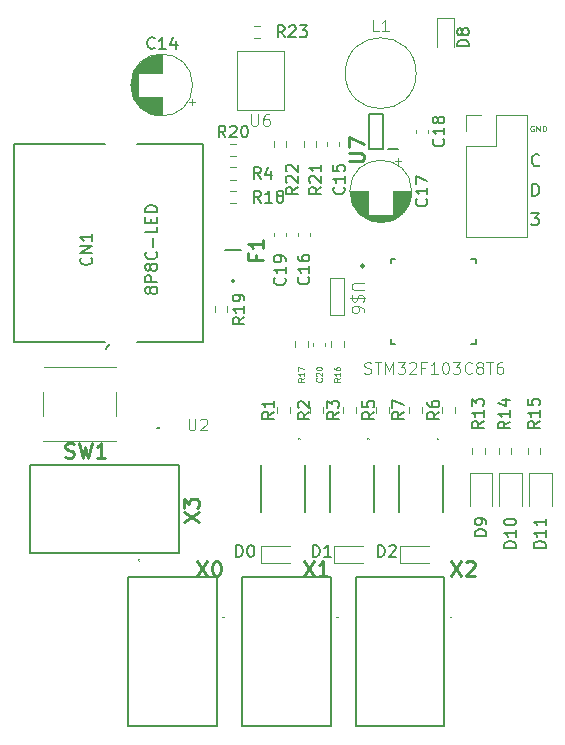
<source format=gto>
G04 #@! TF.GenerationSoftware,KiCad,Pcbnew,8.0.8*
G04 #@! TF.CreationDate,2025-02-07T18:14:43+09:00*
G04 #@! TF.ProjectId,solenoid valve2020,736f6c65-6e6f-4696-9420-76616c766532,rev?*
G04 #@! TF.SameCoordinates,Original*
G04 #@! TF.FileFunction,Legend,Top*
G04 #@! TF.FilePolarity,Positive*
%FSLAX46Y46*%
G04 Gerber Fmt 4.6, Leading zero omitted, Abs format (unit mm)*
G04 Created by KiCad (PCBNEW 8.0.8) date 2025-02-07 18:14:43*
%MOMM*%
%LPD*%
G01*
G04 APERTURE LIST*
%ADD10C,0.100000*%
%ADD11C,0.150000*%
%ADD12C,0.254000*%
%ADD13C,0.050000*%
%ADD14C,0.200000*%
%ADD15C,0.120000*%
%ADD16C,0.152400*%
%ADD17C,0.127000*%
G04 APERTURE END LIST*
D10*
X93946741Y-59957419D02*
X93899122Y-59933609D01*
X93899122Y-59933609D02*
X93827693Y-59933609D01*
X93827693Y-59933609D02*
X93756265Y-59957419D01*
X93756265Y-59957419D02*
X93708646Y-60005038D01*
X93708646Y-60005038D02*
X93684836Y-60052657D01*
X93684836Y-60052657D02*
X93661027Y-60147895D01*
X93661027Y-60147895D02*
X93661027Y-60219323D01*
X93661027Y-60219323D02*
X93684836Y-60314561D01*
X93684836Y-60314561D02*
X93708646Y-60362180D01*
X93708646Y-60362180D02*
X93756265Y-60409800D01*
X93756265Y-60409800D02*
X93827693Y-60433609D01*
X93827693Y-60433609D02*
X93875312Y-60433609D01*
X93875312Y-60433609D02*
X93946741Y-60409800D01*
X93946741Y-60409800D02*
X93970550Y-60385990D01*
X93970550Y-60385990D02*
X93970550Y-60219323D01*
X93970550Y-60219323D02*
X93875312Y-60219323D01*
X94184836Y-60433609D02*
X94184836Y-59933609D01*
X94184836Y-59933609D02*
X94470550Y-60433609D01*
X94470550Y-60433609D02*
X94470550Y-59933609D01*
X94708646Y-60433609D02*
X94708646Y-59933609D01*
X94708646Y-59933609D02*
X94827694Y-59933609D01*
X94827694Y-59933609D02*
X94899122Y-59957419D01*
X94899122Y-59957419D02*
X94946741Y-60005038D01*
X94946741Y-60005038D02*
X94970551Y-60052657D01*
X94970551Y-60052657D02*
X94994360Y-60147895D01*
X94994360Y-60147895D02*
X94994360Y-60219323D01*
X94994360Y-60219323D02*
X94970551Y-60314561D01*
X94970551Y-60314561D02*
X94946741Y-60362180D01*
X94946741Y-60362180D02*
X94899122Y-60409800D01*
X94899122Y-60409800D02*
X94827694Y-60433609D01*
X94827694Y-60433609D02*
X94708646Y-60433609D01*
D11*
X93836779Y-65869819D02*
X93836779Y-64869819D01*
X93836779Y-64869819D02*
X94074874Y-64869819D01*
X94074874Y-64869819D02*
X94217731Y-64917438D01*
X94217731Y-64917438D02*
X94312969Y-65012676D01*
X94312969Y-65012676D02*
X94360588Y-65107914D01*
X94360588Y-65107914D02*
X94408207Y-65298390D01*
X94408207Y-65298390D02*
X94408207Y-65441247D01*
X94408207Y-65441247D02*
X94360588Y-65631723D01*
X94360588Y-65631723D02*
X94312969Y-65726961D01*
X94312969Y-65726961D02*
X94217731Y-65822200D01*
X94217731Y-65822200D02*
X94074874Y-65869819D01*
X94074874Y-65869819D02*
X93836779Y-65869819D01*
X94408207Y-63274580D02*
X94360588Y-63322200D01*
X94360588Y-63322200D02*
X94217731Y-63369819D01*
X94217731Y-63369819D02*
X94122493Y-63369819D01*
X94122493Y-63369819D02*
X93979636Y-63322200D01*
X93979636Y-63322200D02*
X93884398Y-63226961D01*
X93884398Y-63226961D02*
X93836779Y-63131723D01*
X93836779Y-63131723D02*
X93789160Y-62941247D01*
X93789160Y-62941247D02*
X93789160Y-62798390D01*
X93789160Y-62798390D02*
X93836779Y-62607914D01*
X93836779Y-62607914D02*
X93884398Y-62512676D01*
X93884398Y-62512676D02*
X93979636Y-62417438D01*
X93979636Y-62417438D02*
X94122493Y-62369819D01*
X94122493Y-62369819D02*
X94217731Y-62369819D01*
X94217731Y-62369819D02*
X94360588Y-62417438D01*
X94360588Y-62417438D02*
X94408207Y-62465057D01*
X93741541Y-67369819D02*
X94360588Y-67369819D01*
X94360588Y-67369819D02*
X94027255Y-67750771D01*
X94027255Y-67750771D02*
X94170112Y-67750771D01*
X94170112Y-67750771D02*
X94265350Y-67798390D01*
X94265350Y-67798390D02*
X94312969Y-67846009D01*
X94312969Y-67846009D02*
X94360588Y-67941247D01*
X94360588Y-67941247D02*
X94360588Y-68179342D01*
X94360588Y-68179342D02*
X94312969Y-68274580D01*
X94312969Y-68274580D02*
X94265350Y-68322200D01*
X94265350Y-68322200D02*
X94170112Y-68369819D01*
X94170112Y-68369819D02*
X93884398Y-68369819D01*
X93884398Y-68369819D02*
X93789160Y-68322200D01*
X93789160Y-68322200D02*
X93741541Y-68274580D01*
D12*
X78304318Y-62967619D02*
X79332413Y-62967619D01*
X79332413Y-62967619D02*
X79453365Y-62907142D01*
X79453365Y-62907142D02*
X79513842Y-62846666D01*
X79513842Y-62846666D02*
X79574318Y-62725714D01*
X79574318Y-62725714D02*
X79574318Y-62483809D01*
X79574318Y-62483809D02*
X79513842Y-62362857D01*
X79513842Y-62362857D02*
X79453365Y-62302380D01*
X79453365Y-62302380D02*
X79332413Y-62241904D01*
X79332413Y-62241904D02*
X78304318Y-62241904D01*
X78304318Y-61758095D02*
X78304318Y-60911428D01*
X78304318Y-60911428D02*
X79574318Y-61455714D01*
D11*
X70857142Y-66454819D02*
X70523809Y-65978628D01*
X70285714Y-66454819D02*
X70285714Y-65454819D01*
X70285714Y-65454819D02*
X70666666Y-65454819D01*
X70666666Y-65454819D02*
X70761904Y-65502438D01*
X70761904Y-65502438D02*
X70809523Y-65550057D01*
X70809523Y-65550057D02*
X70857142Y-65645295D01*
X70857142Y-65645295D02*
X70857142Y-65788152D01*
X70857142Y-65788152D02*
X70809523Y-65883390D01*
X70809523Y-65883390D02*
X70761904Y-65931009D01*
X70761904Y-65931009D02*
X70666666Y-65978628D01*
X70666666Y-65978628D02*
X70285714Y-65978628D01*
X71809523Y-66454819D02*
X71238095Y-66454819D01*
X71523809Y-66454819D02*
X71523809Y-65454819D01*
X71523809Y-65454819D02*
X71428571Y-65597676D01*
X71428571Y-65597676D02*
X71333333Y-65692914D01*
X71333333Y-65692914D02*
X71238095Y-65740533D01*
X72380952Y-65883390D02*
X72285714Y-65835771D01*
X72285714Y-65835771D02*
X72238095Y-65788152D01*
X72238095Y-65788152D02*
X72190476Y-65692914D01*
X72190476Y-65692914D02*
X72190476Y-65645295D01*
X72190476Y-65645295D02*
X72238095Y-65550057D01*
X72238095Y-65550057D02*
X72285714Y-65502438D01*
X72285714Y-65502438D02*
X72380952Y-65454819D01*
X72380952Y-65454819D02*
X72571428Y-65454819D01*
X72571428Y-65454819D02*
X72666666Y-65502438D01*
X72666666Y-65502438D02*
X72714285Y-65550057D01*
X72714285Y-65550057D02*
X72761904Y-65645295D01*
X72761904Y-65645295D02*
X72761904Y-65692914D01*
X72761904Y-65692914D02*
X72714285Y-65788152D01*
X72714285Y-65788152D02*
X72666666Y-65835771D01*
X72666666Y-65835771D02*
X72571428Y-65883390D01*
X72571428Y-65883390D02*
X72380952Y-65883390D01*
X72380952Y-65883390D02*
X72285714Y-65931009D01*
X72285714Y-65931009D02*
X72238095Y-65978628D01*
X72238095Y-65978628D02*
X72190476Y-66073866D01*
X72190476Y-66073866D02*
X72190476Y-66264342D01*
X72190476Y-66264342D02*
X72238095Y-66359580D01*
X72238095Y-66359580D02*
X72285714Y-66407200D01*
X72285714Y-66407200D02*
X72380952Y-66454819D01*
X72380952Y-66454819D02*
X72571428Y-66454819D01*
X72571428Y-66454819D02*
X72666666Y-66407200D01*
X72666666Y-66407200D02*
X72714285Y-66359580D01*
X72714285Y-66359580D02*
X72761904Y-66264342D01*
X72761904Y-66264342D02*
X72761904Y-66073866D01*
X72761904Y-66073866D02*
X72714285Y-65978628D01*
X72714285Y-65978628D02*
X72666666Y-65931009D01*
X72666666Y-65931009D02*
X72571428Y-65883390D01*
X75954819Y-65142857D02*
X75478628Y-65476190D01*
X75954819Y-65714285D02*
X74954819Y-65714285D01*
X74954819Y-65714285D02*
X74954819Y-65333333D01*
X74954819Y-65333333D02*
X75002438Y-65238095D01*
X75002438Y-65238095D02*
X75050057Y-65190476D01*
X75050057Y-65190476D02*
X75145295Y-65142857D01*
X75145295Y-65142857D02*
X75288152Y-65142857D01*
X75288152Y-65142857D02*
X75383390Y-65190476D01*
X75383390Y-65190476D02*
X75431009Y-65238095D01*
X75431009Y-65238095D02*
X75478628Y-65333333D01*
X75478628Y-65333333D02*
X75478628Y-65714285D01*
X75050057Y-64761904D02*
X75002438Y-64714285D01*
X75002438Y-64714285D02*
X74954819Y-64619047D01*
X74954819Y-64619047D02*
X74954819Y-64380952D01*
X74954819Y-64380952D02*
X75002438Y-64285714D01*
X75002438Y-64285714D02*
X75050057Y-64238095D01*
X75050057Y-64238095D02*
X75145295Y-64190476D01*
X75145295Y-64190476D02*
X75240533Y-64190476D01*
X75240533Y-64190476D02*
X75383390Y-64238095D01*
X75383390Y-64238095D02*
X75954819Y-64809523D01*
X75954819Y-64809523D02*
X75954819Y-64190476D01*
X75954819Y-63238095D02*
X75954819Y-63809523D01*
X75954819Y-63523809D02*
X74954819Y-63523809D01*
X74954819Y-63523809D02*
X75097676Y-63619047D01*
X75097676Y-63619047D02*
X75192914Y-63714285D01*
X75192914Y-63714285D02*
X75240533Y-63809523D01*
D12*
X54306666Y-88013842D02*
X54488095Y-88074318D01*
X54488095Y-88074318D02*
X54790476Y-88074318D01*
X54790476Y-88074318D02*
X54911428Y-88013842D01*
X54911428Y-88013842D02*
X54971904Y-87953365D01*
X54971904Y-87953365D02*
X55032381Y-87832413D01*
X55032381Y-87832413D02*
X55032381Y-87711461D01*
X55032381Y-87711461D02*
X54971904Y-87590508D01*
X54971904Y-87590508D02*
X54911428Y-87530032D01*
X54911428Y-87530032D02*
X54790476Y-87469556D01*
X54790476Y-87469556D02*
X54548571Y-87409080D01*
X54548571Y-87409080D02*
X54427619Y-87348603D01*
X54427619Y-87348603D02*
X54367142Y-87288127D01*
X54367142Y-87288127D02*
X54306666Y-87167175D01*
X54306666Y-87167175D02*
X54306666Y-87046222D01*
X54306666Y-87046222D02*
X54367142Y-86925270D01*
X54367142Y-86925270D02*
X54427619Y-86864794D01*
X54427619Y-86864794D02*
X54548571Y-86804318D01*
X54548571Y-86804318D02*
X54850952Y-86804318D01*
X54850952Y-86804318D02*
X55032381Y-86864794D01*
X55455714Y-86804318D02*
X55758095Y-88074318D01*
X55758095Y-88074318D02*
X56000000Y-87167175D01*
X56000000Y-87167175D02*
X56241905Y-88074318D01*
X56241905Y-88074318D02*
X56544286Y-86804318D01*
X57693334Y-88074318D02*
X56967619Y-88074318D01*
X57330476Y-88074318D02*
X57330476Y-86804318D01*
X57330476Y-86804318D02*
X57209524Y-86985746D01*
X57209524Y-86985746D02*
X57088572Y-87106699D01*
X57088572Y-87106699D02*
X56967619Y-87167175D01*
D11*
X86289580Y-61071857D02*
X86337200Y-61119476D01*
X86337200Y-61119476D02*
X86384819Y-61262333D01*
X86384819Y-61262333D02*
X86384819Y-61357571D01*
X86384819Y-61357571D02*
X86337200Y-61500428D01*
X86337200Y-61500428D02*
X86241961Y-61595666D01*
X86241961Y-61595666D02*
X86146723Y-61643285D01*
X86146723Y-61643285D02*
X85956247Y-61690904D01*
X85956247Y-61690904D02*
X85813390Y-61690904D01*
X85813390Y-61690904D02*
X85622914Y-61643285D01*
X85622914Y-61643285D02*
X85527676Y-61595666D01*
X85527676Y-61595666D02*
X85432438Y-61500428D01*
X85432438Y-61500428D02*
X85384819Y-61357571D01*
X85384819Y-61357571D02*
X85384819Y-61262333D01*
X85384819Y-61262333D02*
X85432438Y-61119476D01*
X85432438Y-61119476D02*
X85480057Y-61071857D01*
X86384819Y-60119476D02*
X86384819Y-60690904D01*
X86384819Y-60405190D02*
X85384819Y-60405190D01*
X85384819Y-60405190D02*
X85527676Y-60500428D01*
X85527676Y-60500428D02*
X85622914Y-60595666D01*
X85622914Y-60595666D02*
X85670533Y-60690904D01*
X85813390Y-59548047D02*
X85765771Y-59643285D01*
X85765771Y-59643285D02*
X85718152Y-59690904D01*
X85718152Y-59690904D02*
X85622914Y-59738523D01*
X85622914Y-59738523D02*
X85575295Y-59738523D01*
X85575295Y-59738523D02*
X85480057Y-59690904D01*
X85480057Y-59690904D02*
X85432438Y-59643285D01*
X85432438Y-59643285D02*
X85384819Y-59548047D01*
X85384819Y-59548047D02*
X85384819Y-59357571D01*
X85384819Y-59357571D02*
X85432438Y-59262333D01*
X85432438Y-59262333D02*
X85480057Y-59214714D01*
X85480057Y-59214714D02*
X85575295Y-59167095D01*
X85575295Y-59167095D02*
X85622914Y-59167095D01*
X85622914Y-59167095D02*
X85718152Y-59214714D01*
X85718152Y-59214714D02*
X85765771Y-59262333D01*
X85765771Y-59262333D02*
X85813390Y-59357571D01*
X85813390Y-59357571D02*
X85813390Y-59548047D01*
X85813390Y-59548047D02*
X85861009Y-59643285D01*
X85861009Y-59643285D02*
X85908628Y-59690904D01*
X85908628Y-59690904D02*
X86003866Y-59738523D01*
X86003866Y-59738523D02*
X86194342Y-59738523D01*
X86194342Y-59738523D02*
X86289580Y-59690904D01*
X86289580Y-59690904D02*
X86337200Y-59643285D01*
X86337200Y-59643285D02*
X86384819Y-59548047D01*
X86384819Y-59548047D02*
X86384819Y-59357571D01*
X86384819Y-59357571D02*
X86337200Y-59262333D01*
X86337200Y-59262333D02*
X86289580Y-59214714D01*
X86289580Y-59214714D02*
X86194342Y-59167095D01*
X86194342Y-59167095D02*
X86003866Y-59167095D01*
X86003866Y-59167095D02*
X85908628Y-59214714D01*
X85908628Y-59214714D02*
X85861009Y-59262333D01*
X85861009Y-59262333D02*
X85813390Y-59357571D01*
X88454819Y-53238094D02*
X87454819Y-53238094D01*
X87454819Y-53238094D02*
X87454819Y-52999999D01*
X87454819Y-52999999D02*
X87502438Y-52857142D01*
X87502438Y-52857142D02*
X87597676Y-52761904D01*
X87597676Y-52761904D02*
X87692914Y-52714285D01*
X87692914Y-52714285D02*
X87883390Y-52666666D01*
X87883390Y-52666666D02*
X88026247Y-52666666D01*
X88026247Y-52666666D02*
X88216723Y-52714285D01*
X88216723Y-52714285D02*
X88311961Y-52761904D01*
X88311961Y-52761904D02*
X88407200Y-52857142D01*
X88407200Y-52857142D02*
X88454819Y-52999999D01*
X88454819Y-52999999D02*
X88454819Y-53238094D01*
X87883390Y-52095237D02*
X87835771Y-52190475D01*
X87835771Y-52190475D02*
X87788152Y-52238094D01*
X87788152Y-52238094D02*
X87692914Y-52285713D01*
X87692914Y-52285713D02*
X87645295Y-52285713D01*
X87645295Y-52285713D02*
X87550057Y-52238094D01*
X87550057Y-52238094D02*
X87502438Y-52190475D01*
X87502438Y-52190475D02*
X87454819Y-52095237D01*
X87454819Y-52095237D02*
X87454819Y-51904761D01*
X87454819Y-51904761D02*
X87502438Y-51809523D01*
X87502438Y-51809523D02*
X87550057Y-51761904D01*
X87550057Y-51761904D02*
X87645295Y-51714285D01*
X87645295Y-51714285D02*
X87692914Y-51714285D01*
X87692914Y-51714285D02*
X87788152Y-51761904D01*
X87788152Y-51761904D02*
X87835771Y-51809523D01*
X87835771Y-51809523D02*
X87883390Y-51904761D01*
X87883390Y-51904761D02*
X87883390Y-52095237D01*
X87883390Y-52095237D02*
X87931009Y-52190475D01*
X87931009Y-52190475D02*
X87978628Y-52238094D01*
X87978628Y-52238094D02*
X88073866Y-52285713D01*
X88073866Y-52285713D02*
X88264342Y-52285713D01*
X88264342Y-52285713D02*
X88359580Y-52238094D01*
X88359580Y-52238094D02*
X88407200Y-52190475D01*
X88407200Y-52190475D02*
X88454819Y-52095237D01*
X88454819Y-52095237D02*
X88454819Y-51904761D01*
X88454819Y-51904761D02*
X88407200Y-51809523D01*
X88407200Y-51809523D02*
X88359580Y-51761904D01*
X88359580Y-51761904D02*
X88264342Y-51714285D01*
X88264342Y-51714285D02*
X88073866Y-51714285D01*
X88073866Y-51714285D02*
X87978628Y-51761904D01*
X87978628Y-51761904D02*
X87931009Y-51809523D01*
X87931009Y-51809523D02*
X87883390Y-51904761D01*
D10*
X70038095Y-58957419D02*
X70038095Y-59766942D01*
X70038095Y-59766942D02*
X70085714Y-59862180D01*
X70085714Y-59862180D02*
X70133333Y-59909800D01*
X70133333Y-59909800D02*
X70228571Y-59957419D01*
X70228571Y-59957419D02*
X70419047Y-59957419D01*
X70419047Y-59957419D02*
X70514285Y-59909800D01*
X70514285Y-59909800D02*
X70561904Y-59862180D01*
X70561904Y-59862180D02*
X70609523Y-59766942D01*
X70609523Y-59766942D02*
X70609523Y-58957419D01*
X71514285Y-58957419D02*
X71323809Y-58957419D01*
X71323809Y-58957419D02*
X71228571Y-59005038D01*
X71228571Y-59005038D02*
X71180952Y-59052657D01*
X71180952Y-59052657D02*
X71085714Y-59195514D01*
X71085714Y-59195514D02*
X71038095Y-59385990D01*
X71038095Y-59385990D02*
X71038095Y-59766942D01*
X71038095Y-59766942D02*
X71085714Y-59862180D01*
X71085714Y-59862180D02*
X71133333Y-59909800D01*
X71133333Y-59909800D02*
X71228571Y-59957419D01*
X71228571Y-59957419D02*
X71419047Y-59957419D01*
X71419047Y-59957419D02*
X71514285Y-59909800D01*
X71514285Y-59909800D02*
X71561904Y-59862180D01*
X71561904Y-59862180D02*
X71609523Y-59766942D01*
X71609523Y-59766942D02*
X71609523Y-59528847D01*
X71609523Y-59528847D02*
X71561904Y-59433609D01*
X71561904Y-59433609D02*
X71514285Y-59385990D01*
X71514285Y-59385990D02*
X71419047Y-59338371D01*
X71419047Y-59338371D02*
X71228571Y-59338371D01*
X71228571Y-59338371D02*
X71133333Y-59385990D01*
X71133333Y-59385990D02*
X71085714Y-59433609D01*
X71085714Y-59433609D02*
X71038095Y-59528847D01*
D11*
X91954819Y-84991357D02*
X91478628Y-85324690D01*
X91954819Y-85562785D02*
X90954819Y-85562785D01*
X90954819Y-85562785D02*
X90954819Y-85181833D01*
X90954819Y-85181833D02*
X91002438Y-85086595D01*
X91002438Y-85086595D02*
X91050057Y-85038976D01*
X91050057Y-85038976D02*
X91145295Y-84991357D01*
X91145295Y-84991357D02*
X91288152Y-84991357D01*
X91288152Y-84991357D02*
X91383390Y-85038976D01*
X91383390Y-85038976D02*
X91431009Y-85086595D01*
X91431009Y-85086595D02*
X91478628Y-85181833D01*
X91478628Y-85181833D02*
X91478628Y-85562785D01*
X91954819Y-84038976D02*
X91954819Y-84610404D01*
X91954819Y-84324690D02*
X90954819Y-84324690D01*
X90954819Y-84324690D02*
X91097676Y-84419928D01*
X91097676Y-84419928D02*
X91192914Y-84515166D01*
X91192914Y-84515166D02*
X91240533Y-84610404D01*
X91288152Y-83181833D02*
X91954819Y-83181833D01*
X90907200Y-83419928D02*
X91621485Y-83658023D01*
X91621485Y-83658023D02*
X91621485Y-83038976D01*
X89954819Y-94704094D02*
X88954819Y-94704094D01*
X88954819Y-94704094D02*
X88954819Y-94465999D01*
X88954819Y-94465999D02*
X89002438Y-94323142D01*
X89002438Y-94323142D02*
X89097676Y-94227904D01*
X89097676Y-94227904D02*
X89192914Y-94180285D01*
X89192914Y-94180285D02*
X89383390Y-94132666D01*
X89383390Y-94132666D02*
X89526247Y-94132666D01*
X89526247Y-94132666D02*
X89716723Y-94180285D01*
X89716723Y-94180285D02*
X89811961Y-94227904D01*
X89811961Y-94227904D02*
X89907200Y-94323142D01*
X89907200Y-94323142D02*
X89954819Y-94465999D01*
X89954819Y-94465999D02*
X89954819Y-94704094D01*
X89954819Y-93656475D02*
X89954819Y-93465999D01*
X89954819Y-93465999D02*
X89907200Y-93370761D01*
X89907200Y-93370761D02*
X89859580Y-93323142D01*
X89859580Y-93323142D02*
X89716723Y-93227904D01*
X89716723Y-93227904D02*
X89526247Y-93180285D01*
X89526247Y-93180285D02*
X89145295Y-93180285D01*
X89145295Y-93180285D02*
X89050057Y-93227904D01*
X89050057Y-93227904D02*
X89002438Y-93275523D01*
X89002438Y-93275523D02*
X88954819Y-93370761D01*
X88954819Y-93370761D02*
X88954819Y-93561237D01*
X88954819Y-93561237D02*
X89002438Y-93656475D01*
X89002438Y-93656475D02*
X89050057Y-93704094D01*
X89050057Y-93704094D02*
X89145295Y-93751713D01*
X89145295Y-93751713D02*
X89383390Y-93751713D01*
X89383390Y-93751713D02*
X89478628Y-93704094D01*
X89478628Y-93704094D02*
X89526247Y-93656475D01*
X89526247Y-93656475D02*
X89573866Y-93561237D01*
X89573866Y-93561237D02*
X89573866Y-93370761D01*
X89573866Y-93370761D02*
X89526247Y-93275523D01*
X89526247Y-93275523D02*
X89478628Y-93227904D01*
X89478628Y-93227904D02*
X89383390Y-93180285D01*
D12*
X65471904Y-96804318D02*
X66318571Y-98074318D01*
X66318571Y-96804318D02*
X65471904Y-98074318D01*
X67044285Y-96804318D02*
X67165238Y-96804318D01*
X67165238Y-96804318D02*
X67286190Y-96864794D01*
X67286190Y-96864794D02*
X67346666Y-96925270D01*
X67346666Y-96925270D02*
X67407142Y-97046222D01*
X67407142Y-97046222D02*
X67467619Y-97288127D01*
X67467619Y-97288127D02*
X67467619Y-97590508D01*
X67467619Y-97590508D02*
X67407142Y-97832413D01*
X67407142Y-97832413D02*
X67346666Y-97953365D01*
X67346666Y-97953365D02*
X67286190Y-98013842D01*
X67286190Y-98013842D02*
X67165238Y-98074318D01*
X67165238Y-98074318D02*
X67044285Y-98074318D01*
X67044285Y-98074318D02*
X66923333Y-98013842D01*
X66923333Y-98013842D02*
X66862857Y-97953365D01*
X66862857Y-97953365D02*
X66802380Y-97832413D01*
X66802380Y-97832413D02*
X66741904Y-97590508D01*
X66741904Y-97590508D02*
X66741904Y-97288127D01*
X66741904Y-97288127D02*
X66802380Y-97046222D01*
X66802380Y-97046222D02*
X66862857Y-96925270D01*
X66862857Y-96925270D02*
X66923333Y-96864794D01*
X66923333Y-96864794D02*
X67044285Y-96804318D01*
D11*
X84859580Y-66142857D02*
X84907200Y-66190476D01*
X84907200Y-66190476D02*
X84954819Y-66333333D01*
X84954819Y-66333333D02*
X84954819Y-66428571D01*
X84954819Y-66428571D02*
X84907200Y-66571428D01*
X84907200Y-66571428D02*
X84811961Y-66666666D01*
X84811961Y-66666666D02*
X84716723Y-66714285D01*
X84716723Y-66714285D02*
X84526247Y-66761904D01*
X84526247Y-66761904D02*
X84383390Y-66761904D01*
X84383390Y-66761904D02*
X84192914Y-66714285D01*
X84192914Y-66714285D02*
X84097676Y-66666666D01*
X84097676Y-66666666D02*
X84002438Y-66571428D01*
X84002438Y-66571428D02*
X83954819Y-66428571D01*
X83954819Y-66428571D02*
X83954819Y-66333333D01*
X83954819Y-66333333D02*
X84002438Y-66190476D01*
X84002438Y-66190476D02*
X84050057Y-66142857D01*
X84954819Y-65190476D02*
X84954819Y-65761904D01*
X84954819Y-65476190D02*
X83954819Y-65476190D01*
X83954819Y-65476190D02*
X84097676Y-65571428D01*
X84097676Y-65571428D02*
X84192914Y-65666666D01*
X84192914Y-65666666D02*
X84240533Y-65761904D01*
X83954819Y-64857142D02*
X83954819Y-64190476D01*
X83954819Y-64190476D02*
X84954819Y-64619047D01*
D10*
X77553109Y-81324428D02*
X77315014Y-81491094D01*
X77553109Y-81610142D02*
X77053109Y-81610142D01*
X77053109Y-81610142D02*
X77053109Y-81419666D01*
X77053109Y-81419666D02*
X77076919Y-81372047D01*
X77076919Y-81372047D02*
X77100728Y-81348237D01*
X77100728Y-81348237D02*
X77148347Y-81324428D01*
X77148347Y-81324428D02*
X77219776Y-81324428D01*
X77219776Y-81324428D02*
X77267395Y-81348237D01*
X77267395Y-81348237D02*
X77291204Y-81372047D01*
X77291204Y-81372047D02*
X77315014Y-81419666D01*
X77315014Y-81419666D02*
X77315014Y-81610142D01*
X77553109Y-80848237D02*
X77553109Y-81133951D01*
X77553109Y-80991094D02*
X77053109Y-80991094D01*
X77053109Y-80991094D02*
X77124538Y-81038713D01*
X77124538Y-81038713D02*
X77172157Y-81086332D01*
X77172157Y-81086332D02*
X77195966Y-81133951D01*
X77053109Y-80419666D02*
X77053109Y-80514904D01*
X77053109Y-80514904D02*
X77076919Y-80562523D01*
X77076919Y-80562523D02*
X77100728Y-80586333D01*
X77100728Y-80586333D02*
X77172157Y-80633952D01*
X77172157Y-80633952D02*
X77267395Y-80657761D01*
X77267395Y-80657761D02*
X77457871Y-80657761D01*
X77457871Y-80657761D02*
X77505490Y-80633952D01*
X77505490Y-80633952D02*
X77529300Y-80610142D01*
X77529300Y-80610142D02*
X77553109Y-80562523D01*
X77553109Y-80562523D02*
X77553109Y-80467285D01*
X77553109Y-80467285D02*
X77529300Y-80419666D01*
X77529300Y-80419666D02*
X77505490Y-80395857D01*
X77505490Y-80395857D02*
X77457871Y-80372047D01*
X77457871Y-80372047D02*
X77338823Y-80372047D01*
X77338823Y-80372047D02*
X77291204Y-80395857D01*
X77291204Y-80395857D02*
X77267395Y-80419666D01*
X77267395Y-80419666D02*
X77243585Y-80467285D01*
X77243585Y-80467285D02*
X77243585Y-80562523D01*
X77243585Y-80562523D02*
X77267395Y-80610142D01*
X77267395Y-80610142D02*
X77291204Y-80633952D01*
X77291204Y-80633952D02*
X77338823Y-80657761D01*
D11*
X69454819Y-76142857D02*
X68978628Y-76476190D01*
X69454819Y-76714285D02*
X68454819Y-76714285D01*
X68454819Y-76714285D02*
X68454819Y-76333333D01*
X68454819Y-76333333D02*
X68502438Y-76238095D01*
X68502438Y-76238095D02*
X68550057Y-76190476D01*
X68550057Y-76190476D02*
X68645295Y-76142857D01*
X68645295Y-76142857D02*
X68788152Y-76142857D01*
X68788152Y-76142857D02*
X68883390Y-76190476D01*
X68883390Y-76190476D02*
X68931009Y-76238095D01*
X68931009Y-76238095D02*
X68978628Y-76333333D01*
X68978628Y-76333333D02*
X68978628Y-76714285D01*
X69454819Y-75190476D02*
X69454819Y-75761904D01*
X69454819Y-75476190D02*
X68454819Y-75476190D01*
X68454819Y-75476190D02*
X68597676Y-75571428D01*
X68597676Y-75571428D02*
X68692914Y-75666666D01*
X68692914Y-75666666D02*
X68740533Y-75761904D01*
X69454819Y-74714285D02*
X69454819Y-74523809D01*
X69454819Y-74523809D02*
X69407200Y-74428571D01*
X69407200Y-74428571D02*
X69359580Y-74380952D01*
X69359580Y-74380952D02*
X69216723Y-74285714D01*
X69216723Y-74285714D02*
X69026247Y-74238095D01*
X69026247Y-74238095D02*
X68645295Y-74238095D01*
X68645295Y-74238095D02*
X68550057Y-74285714D01*
X68550057Y-74285714D02*
X68502438Y-74333333D01*
X68502438Y-74333333D02*
X68454819Y-74428571D01*
X68454819Y-74428571D02*
X68454819Y-74619047D01*
X68454819Y-74619047D02*
X68502438Y-74714285D01*
X68502438Y-74714285D02*
X68550057Y-74761904D01*
X68550057Y-74761904D02*
X68645295Y-74809523D01*
X68645295Y-74809523D02*
X68883390Y-74809523D01*
X68883390Y-74809523D02*
X68978628Y-74761904D01*
X68978628Y-74761904D02*
X69026247Y-74714285D01*
X69026247Y-74714285D02*
X69073866Y-74619047D01*
X69073866Y-74619047D02*
X69073866Y-74428571D01*
X69073866Y-74428571D02*
X69026247Y-74333333D01*
X69026247Y-74333333D02*
X68978628Y-74285714D01*
X68978628Y-74285714D02*
X68883390Y-74238095D01*
X70833333Y-64454819D02*
X70500000Y-63978628D01*
X70261905Y-64454819D02*
X70261905Y-63454819D01*
X70261905Y-63454819D02*
X70642857Y-63454819D01*
X70642857Y-63454819D02*
X70738095Y-63502438D01*
X70738095Y-63502438D02*
X70785714Y-63550057D01*
X70785714Y-63550057D02*
X70833333Y-63645295D01*
X70833333Y-63645295D02*
X70833333Y-63788152D01*
X70833333Y-63788152D02*
X70785714Y-63883390D01*
X70785714Y-63883390D02*
X70738095Y-63931009D01*
X70738095Y-63931009D02*
X70642857Y-63978628D01*
X70642857Y-63978628D02*
X70261905Y-63978628D01*
X71690476Y-63788152D02*
X71690476Y-64454819D01*
X71452381Y-63407200D02*
X71214286Y-64121485D01*
X71214286Y-64121485D02*
X71833333Y-64121485D01*
X56470580Y-71118476D02*
X56518200Y-71166095D01*
X56518200Y-71166095D02*
X56565819Y-71308952D01*
X56565819Y-71308952D02*
X56565819Y-71404190D01*
X56565819Y-71404190D02*
X56518200Y-71547047D01*
X56518200Y-71547047D02*
X56422961Y-71642285D01*
X56422961Y-71642285D02*
X56327723Y-71689904D01*
X56327723Y-71689904D02*
X56137247Y-71737523D01*
X56137247Y-71737523D02*
X55994390Y-71737523D01*
X55994390Y-71737523D02*
X55803914Y-71689904D01*
X55803914Y-71689904D02*
X55708676Y-71642285D01*
X55708676Y-71642285D02*
X55613438Y-71547047D01*
X55613438Y-71547047D02*
X55565819Y-71404190D01*
X55565819Y-71404190D02*
X55565819Y-71308952D01*
X55565819Y-71308952D02*
X55613438Y-71166095D01*
X55613438Y-71166095D02*
X55661057Y-71118476D01*
X56565819Y-70689904D02*
X55565819Y-70689904D01*
X55565819Y-70689904D02*
X56565819Y-70118476D01*
X56565819Y-70118476D02*
X55565819Y-70118476D01*
X56565819Y-69118476D02*
X56565819Y-69689904D01*
X56565819Y-69404190D02*
X55565819Y-69404190D01*
X55565819Y-69404190D02*
X55708676Y-69499428D01*
X55708676Y-69499428D02*
X55803914Y-69594666D01*
X55803914Y-69594666D02*
X55851533Y-69689904D01*
X61494390Y-73975618D02*
X61446771Y-74070856D01*
X61446771Y-74070856D02*
X61399152Y-74118475D01*
X61399152Y-74118475D02*
X61303914Y-74166094D01*
X61303914Y-74166094D02*
X61256295Y-74166094D01*
X61256295Y-74166094D02*
X61161057Y-74118475D01*
X61161057Y-74118475D02*
X61113438Y-74070856D01*
X61113438Y-74070856D02*
X61065819Y-73975618D01*
X61065819Y-73975618D02*
X61065819Y-73785142D01*
X61065819Y-73785142D02*
X61113438Y-73689904D01*
X61113438Y-73689904D02*
X61161057Y-73642285D01*
X61161057Y-73642285D02*
X61256295Y-73594666D01*
X61256295Y-73594666D02*
X61303914Y-73594666D01*
X61303914Y-73594666D02*
X61399152Y-73642285D01*
X61399152Y-73642285D02*
X61446771Y-73689904D01*
X61446771Y-73689904D02*
X61494390Y-73785142D01*
X61494390Y-73785142D02*
X61494390Y-73975618D01*
X61494390Y-73975618D02*
X61542009Y-74070856D01*
X61542009Y-74070856D02*
X61589628Y-74118475D01*
X61589628Y-74118475D02*
X61684866Y-74166094D01*
X61684866Y-74166094D02*
X61875342Y-74166094D01*
X61875342Y-74166094D02*
X61970580Y-74118475D01*
X61970580Y-74118475D02*
X62018200Y-74070856D01*
X62018200Y-74070856D02*
X62065819Y-73975618D01*
X62065819Y-73975618D02*
X62065819Y-73785142D01*
X62065819Y-73785142D02*
X62018200Y-73689904D01*
X62018200Y-73689904D02*
X61970580Y-73642285D01*
X61970580Y-73642285D02*
X61875342Y-73594666D01*
X61875342Y-73594666D02*
X61684866Y-73594666D01*
X61684866Y-73594666D02*
X61589628Y-73642285D01*
X61589628Y-73642285D02*
X61542009Y-73689904D01*
X61542009Y-73689904D02*
X61494390Y-73785142D01*
X62065819Y-73166094D02*
X61065819Y-73166094D01*
X61065819Y-73166094D02*
X61065819Y-72785142D01*
X61065819Y-72785142D02*
X61113438Y-72689904D01*
X61113438Y-72689904D02*
X61161057Y-72642285D01*
X61161057Y-72642285D02*
X61256295Y-72594666D01*
X61256295Y-72594666D02*
X61399152Y-72594666D01*
X61399152Y-72594666D02*
X61494390Y-72642285D01*
X61494390Y-72642285D02*
X61542009Y-72689904D01*
X61542009Y-72689904D02*
X61589628Y-72785142D01*
X61589628Y-72785142D02*
X61589628Y-73166094D01*
X61494390Y-72023237D02*
X61446771Y-72118475D01*
X61446771Y-72118475D02*
X61399152Y-72166094D01*
X61399152Y-72166094D02*
X61303914Y-72213713D01*
X61303914Y-72213713D02*
X61256295Y-72213713D01*
X61256295Y-72213713D02*
X61161057Y-72166094D01*
X61161057Y-72166094D02*
X61113438Y-72118475D01*
X61113438Y-72118475D02*
X61065819Y-72023237D01*
X61065819Y-72023237D02*
X61065819Y-71832761D01*
X61065819Y-71832761D02*
X61113438Y-71737523D01*
X61113438Y-71737523D02*
X61161057Y-71689904D01*
X61161057Y-71689904D02*
X61256295Y-71642285D01*
X61256295Y-71642285D02*
X61303914Y-71642285D01*
X61303914Y-71642285D02*
X61399152Y-71689904D01*
X61399152Y-71689904D02*
X61446771Y-71737523D01*
X61446771Y-71737523D02*
X61494390Y-71832761D01*
X61494390Y-71832761D02*
X61494390Y-72023237D01*
X61494390Y-72023237D02*
X61542009Y-72118475D01*
X61542009Y-72118475D02*
X61589628Y-72166094D01*
X61589628Y-72166094D02*
X61684866Y-72213713D01*
X61684866Y-72213713D02*
X61875342Y-72213713D01*
X61875342Y-72213713D02*
X61970580Y-72166094D01*
X61970580Y-72166094D02*
X62018200Y-72118475D01*
X62018200Y-72118475D02*
X62065819Y-72023237D01*
X62065819Y-72023237D02*
X62065819Y-71832761D01*
X62065819Y-71832761D02*
X62018200Y-71737523D01*
X62018200Y-71737523D02*
X61970580Y-71689904D01*
X61970580Y-71689904D02*
X61875342Y-71642285D01*
X61875342Y-71642285D02*
X61684866Y-71642285D01*
X61684866Y-71642285D02*
X61589628Y-71689904D01*
X61589628Y-71689904D02*
X61542009Y-71737523D01*
X61542009Y-71737523D02*
X61494390Y-71832761D01*
X61970580Y-70642285D02*
X62018200Y-70689904D01*
X62018200Y-70689904D02*
X62065819Y-70832761D01*
X62065819Y-70832761D02*
X62065819Y-70927999D01*
X62065819Y-70927999D02*
X62018200Y-71070856D01*
X62018200Y-71070856D02*
X61922961Y-71166094D01*
X61922961Y-71166094D02*
X61827723Y-71213713D01*
X61827723Y-71213713D02*
X61637247Y-71261332D01*
X61637247Y-71261332D02*
X61494390Y-71261332D01*
X61494390Y-71261332D02*
X61303914Y-71213713D01*
X61303914Y-71213713D02*
X61208676Y-71166094D01*
X61208676Y-71166094D02*
X61113438Y-71070856D01*
X61113438Y-71070856D02*
X61065819Y-70927999D01*
X61065819Y-70927999D02*
X61065819Y-70832761D01*
X61065819Y-70832761D02*
X61113438Y-70689904D01*
X61113438Y-70689904D02*
X61161057Y-70642285D01*
X61684866Y-70213713D02*
X61684866Y-69451809D01*
X62065819Y-68499428D02*
X62065819Y-68975618D01*
X62065819Y-68975618D02*
X61065819Y-68975618D01*
X61542009Y-68166094D02*
X61542009Y-67832761D01*
X62065819Y-67689904D02*
X62065819Y-68166094D01*
X62065819Y-68166094D02*
X61065819Y-68166094D01*
X61065819Y-68166094D02*
X61065819Y-67689904D01*
X62065819Y-67261332D02*
X61065819Y-67261332D01*
X61065819Y-67261332D02*
X61065819Y-67023237D01*
X61065819Y-67023237D02*
X61113438Y-66880380D01*
X61113438Y-66880380D02*
X61208676Y-66785142D01*
X61208676Y-66785142D02*
X61303914Y-66737523D01*
X61303914Y-66737523D02*
X61494390Y-66689904D01*
X61494390Y-66689904D02*
X61637247Y-66689904D01*
X61637247Y-66689904D02*
X61827723Y-66737523D01*
X61827723Y-66737523D02*
X61922961Y-66785142D01*
X61922961Y-66785142D02*
X62018200Y-66880380D01*
X62018200Y-66880380D02*
X62065819Y-67023237D01*
X62065819Y-67023237D02*
X62065819Y-67261332D01*
X71954819Y-84166666D02*
X71478628Y-84499999D01*
X71954819Y-84738094D02*
X70954819Y-84738094D01*
X70954819Y-84738094D02*
X70954819Y-84357142D01*
X70954819Y-84357142D02*
X71002438Y-84261904D01*
X71002438Y-84261904D02*
X71050057Y-84214285D01*
X71050057Y-84214285D02*
X71145295Y-84166666D01*
X71145295Y-84166666D02*
X71288152Y-84166666D01*
X71288152Y-84166666D02*
X71383390Y-84214285D01*
X71383390Y-84214285D02*
X71431009Y-84261904D01*
X71431009Y-84261904D02*
X71478628Y-84357142D01*
X71478628Y-84357142D02*
X71478628Y-84738094D01*
X71954819Y-83214285D02*
X71954819Y-83785713D01*
X71954819Y-83499999D02*
X70954819Y-83499999D01*
X70954819Y-83499999D02*
X71097676Y-83595237D01*
X71097676Y-83595237D02*
X71192914Y-83690475D01*
X71192914Y-83690475D02*
X71240533Y-83785713D01*
X80454819Y-84166666D02*
X79978628Y-84499999D01*
X80454819Y-84738094D02*
X79454819Y-84738094D01*
X79454819Y-84738094D02*
X79454819Y-84357142D01*
X79454819Y-84357142D02*
X79502438Y-84261904D01*
X79502438Y-84261904D02*
X79550057Y-84214285D01*
X79550057Y-84214285D02*
X79645295Y-84166666D01*
X79645295Y-84166666D02*
X79788152Y-84166666D01*
X79788152Y-84166666D02*
X79883390Y-84214285D01*
X79883390Y-84214285D02*
X79931009Y-84261904D01*
X79931009Y-84261904D02*
X79978628Y-84357142D01*
X79978628Y-84357142D02*
X79978628Y-84738094D01*
X79454819Y-83261904D02*
X79454819Y-83738094D01*
X79454819Y-83738094D02*
X79931009Y-83785713D01*
X79931009Y-83785713D02*
X79883390Y-83738094D01*
X79883390Y-83738094D02*
X79835771Y-83642856D01*
X79835771Y-83642856D02*
X79835771Y-83404761D01*
X79835771Y-83404761D02*
X79883390Y-83309523D01*
X79883390Y-83309523D02*
X79931009Y-83261904D01*
X79931009Y-83261904D02*
X80026247Y-83214285D01*
X80026247Y-83214285D02*
X80264342Y-83214285D01*
X80264342Y-83214285D02*
X80359580Y-83261904D01*
X80359580Y-83261904D02*
X80407200Y-83309523D01*
X80407200Y-83309523D02*
X80454819Y-83404761D01*
X80454819Y-83404761D02*
X80454819Y-83642856D01*
X80454819Y-83642856D02*
X80407200Y-83738094D01*
X80407200Y-83738094D02*
X80359580Y-83785713D01*
X61857142Y-53359580D02*
X61809523Y-53407200D01*
X61809523Y-53407200D02*
X61666666Y-53454819D01*
X61666666Y-53454819D02*
X61571428Y-53454819D01*
X61571428Y-53454819D02*
X61428571Y-53407200D01*
X61428571Y-53407200D02*
X61333333Y-53311961D01*
X61333333Y-53311961D02*
X61285714Y-53216723D01*
X61285714Y-53216723D02*
X61238095Y-53026247D01*
X61238095Y-53026247D02*
X61238095Y-52883390D01*
X61238095Y-52883390D02*
X61285714Y-52692914D01*
X61285714Y-52692914D02*
X61333333Y-52597676D01*
X61333333Y-52597676D02*
X61428571Y-52502438D01*
X61428571Y-52502438D02*
X61571428Y-52454819D01*
X61571428Y-52454819D02*
X61666666Y-52454819D01*
X61666666Y-52454819D02*
X61809523Y-52502438D01*
X61809523Y-52502438D02*
X61857142Y-52550057D01*
X62809523Y-53454819D02*
X62238095Y-53454819D01*
X62523809Y-53454819D02*
X62523809Y-52454819D01*
X62523809Y-52454819D02*
X62428571Y-52597676D01*
X62428571Y-52597676D02*
X62333333Y-52692914D01*
X62333333Y-52692914D02*
X62238095Y-52740533D01*
X63666666Y-52788152D02*
X63666666Y-53454819D01*
X63428571Y-52407200D02*
X63190476Y-53121485D01*
X63190476Y-53121485D02*
X63809523Y-53121485D01*
X77859580Y-65142857D02*
X77907200Y-65190476D01*
X77907200Y-65190476D02*
X77954819Y-65333333D01*
X77954819Y-65333333D02*
X77954819Y-65428571D01*
X77954819Y-65428571D02*
X77907200Y-65571428D01*
X77907200Y-65571428D02*
X77811961Y-65666666D01*
X77811961Y-65666666D02*
X77716723Y-65714285D01*
X77716723Y-65714285D02*
X77526247Y-65761904D01*
X77526247Y-65761904D02*
X77383390Y-65761904D01*
X77383390Y-65761904D02*
X77192914Y-65714285D01*
X77192914Y-65714285D02*
X77097676Y-65666666D01*
X77097676Y-65666666D02*
X77002438Y-65571428D01*
X77002438Y-65571428D02*
X76954819Y-65428571D01*
X76954819Y-65428571D02*
X76954819Y-65333333D01*
X76954819Y-65333333D02*
X77002438Y-65190476D01*
X77002438Y-65190476D02*
X77050057Y-65142857D01*
X77954819Y-64190476D02*
X77954819Y-64761904D01*
X77954819Y-64476190D02*
X76954819Y-64476190D01*
X76954819Y-64476190D02*
X77097676Y-64571428D01*
X77097676Y-64571428D02*
X77192914Y-64666666D01*
X77192914Y-64666666D02*
X77240533Y-64761904D01*
X76954819Y-63285714D02*
X76954819Y-63761904D01*
X76954819Y-63761904D02*
X77431009Y-63809523D01*
X77431009Y-63809523D02*
X77383390Y-63761904D01*
X77383390Y-63761904D02*
X77335771Y-63666666D01*
X77335771Y-63666666D02*
X77335771Y-63428571D01*
X77335771Y-63428571D02*
X77383390Y-63333333D01*
X77383390Y-63333333D02*
X77431009Y-63285714D01*
X77431009Y-63285714D02*
X77526247Y-63238095D01*
X77526247Y-63238095D02*
X77764342Y-63238095D01*
X77764342Y-63238095D02*
X77859580Y-63285714D01*
X77859580Y-63285714D02*
X77907200Y-63333333D01*
X77907200Y-63333333D02*
X77954819Y-63428571D01*
X77954819Y-63428571D02*
X77954819Y-63666666D01*
X77954819Y-63666666D02*
X77907200Y-63761904D01*
X77907200Y-63761904D02*
X77859580Y-63809523D01*
X94454819Y-84956857D02*
X93978628Y-85290190D01*
X94454819Y-85528285D02*
X93454819Y-85528285D01*
X93454819Y-85528285D02*
X93454819Y-85147333D01*
X93454819Y-85147333D02*
X93502438Y-85052095D01*
X93502438Y-85052095D02*
X93550057Y-85004476D01*
X93550057Y-85004476D02*
X93645295Y-84956857D01*
X93645295Y-84956857D02*
X93788152Y-84956857D01*
X93788152Y-84956857D02*
X93883390Y-85004476D01*
X93883390Y-85004476D02*
X93931009Y-85052095D01*
X93931009Y-85052095D02*
X93978628Y-85147333D01*
X93978628Y-85147333D02*
X93978628Y-85528285D01*
X94454819Y-84004476D02*
X94454819Y-84575904D01*
X94454819Y-84290190D02*
X93454819Y-84290190D01*
X93454819Y-84290190D02*
X93597676Y-84385428D01*
X93597676Y-84385428D02*
X93692914Y-84480666D01*
X93692914Y-84480666D02*
X93740533Y-84575904D01*
X93454819Y-83099714D02*
X93454819Y-83575904D01*
X93454819Y-83575904D02*
X93931009Y-83623523D01*
X93931009Y-83623523D02*
X93883390Y-83575904D01*
X93883390Y-83575904D02*
X93835771Y-83480666D01*
X93835771Y-83480666D02*
X93835771Y-83242571D01*
X93835771Y-83242571D02*
X93883390Y-83147333D01*
X93883390Y-83147333D02*
X93931009Y-83099714D01*
X93931009Y-83099714D02*
X94026247Y-83052095D01*
X94026247Y-83052095D02*
X94264342Y-83052095D01*
X94264342Y-83052095D02*
X94359580Y-83099714D01*
X94359580Y-83099714D02*
X94407200Y-83147333D01*
X94407200Y-83147333D02*
X94454819Y-83242571D01*
X94454819Y-83242571D02*
X94454819Y-83480666D01*
X94454819Y-83480666D02*
X94407200Y-83575904D01*
X94407200Y-83575904D02*
X94359580Y-83623523D01*
D10*
X75981490Y-81324428D02*
X76005300Y-81348237D01*
X76005300Y-81348237D02*
X76029109Y-81419666D01*
X76029109Y-81419666D02*
X76029109Y-81467285D01*
X76029109Y-81467285D02*
X76005300Y-81538713D01*
X76005300Y-81538713D02*
X75957680Y-81586332D01*
X75957680Y-81586332D02*
X75910061Y-81610142D01*
X75910061Y-81610142D02*
X75814823Y-81633951D01*
X75814823Y-81633951D02*
X75743395Y-81633951D01*
X75743395Y-81633951D02*
X75648157Y-81610142D01*
X75648157Y-81610142D02*
X75600538Y-81586332D01*
X75600538Y-81586332D02*
X75552919Y-81538713D01*
X75552919Y-81538713D02*
X75529109Y-81467285D01*
X75529109Y-81467285D02*
X75529109Y-81419666D01*
X75529109Y-81419666D02*
X75552919Y-81348237D01*
X75552919Y-81348237D02*
X75576728Y-81324428D01*
X75576728Y-81133951D02*
X75552919Y-81110142D01*
X75552919Y-81110142D02*
X75529109Y-81062523D01*
X75529109Y-81062523D02*
X75529109Y-80943475D01*
X75529109Y-80943475D02*
X75552919Y-80895856D01*
X75552919Y-80895856D02*
X75576728Y-80872047D01*
X75576728Y-80872047D02*
X75624347Y-80848237D01*
X75624347Y-80848237D02*
X75671966Y-80848237D01*
X75671966Y-80848237D02*
X75743395Y-80872047D01*
X75743395Y-80872047D02*
X76029109Y-81157761D01*
X76029109Y-81157761D02*
X76029109Y-80848237D01*
X75529109Y-80538714D02*
X75529109Y-80491095D01*
X75529109Y-80491095D02*
X75552919Y-80443476D01*
X75552919Y-80443476D02*
X75576728Y-80419666D01*
X75576728Y-80419666D02*
X75624347Y-80395857D01*
X75624347Y-80395857D02*
X75719585Y-80372047D01*
X75719585Y-80372047D02*
X75838633Y-80372047D01*
X75838633Y-80372047D02*
X75933871Y-80395857D01*
X75933871Y-80395857D02*
X75981490Y-80419666D01*
X75981490Y-80419666D02*
X76005300Y-80443476D01*
X76005300Y-80443476D02*
X76029109Y-80491095D01*
X76029109Y-80491095D02*
X76029109Y-80538714D01*
X76029109Y-80538714D02*
X76005300Y-80586333D01*
X76005300Y-80586333D02*
X75981490Y-80610142D01*
X75981490Y-80610142D02*
X75933871Y-80633952D01*
X75933871Y-80633952D02*
X75838633Y-80657761D01*
X75838633Y-80657761D02*
X75719585Y-80657761D01*
X75719585Y-80657761D02*
X75624347Y-80633952D01*
X75624347Y-80633952D02*
X75576728Y-80610142D01*
X75576728Y-80610142D02*
X75552919Y-80586333D01*
X75552919Y-80586333D02*
X75529109Y-80538714D01*
D12*
X86971904Y-96804318D02*
X87818571Y-98074318D01*
X87818571Y-96804318D02*
X86971904Y-98074318D01*
X88241904Y-96925270D02*
X88302380Y-96864794D01*
X88302380Y-96864794D02*
X88423333Y-96804318D01*
X88423333Y-96804318D02*
X88725714Y-96804318D01*
X88725714Y-96804318D02*
X88846666Y-96864794D01*
X88846666Y-96864794D02*
X88907142Y-96925270D01*
X88907142Y-96925270D02*
X88967619Y-97046222D01*
X88967619Y-97046222D02*
X88967619Y-97167175D01*
X88967619Y-97167175D02*
X88907142Y-97348603D01*
X88907142Y-97348603D02*
X88181428Y-98074318D01*
X88181428Y-98074318D02*
X88967619Y-98074318D01*
X74471904Y-96804318D02*
X75318571Y-98074318D01*
X75318571Y-96804318D02*
X74471904Y-98074318D01*
X76467619Y-98074318D02*
X75741904Y-98074318D01*
X76104761Y-98074318D02*
X76104761Y-96804318D01*
X76104761Y-96804318D02*
X75983809Y-96985746D01*
X75983809Y-96985746D02*
X75862857Y-97106699D01*
X75862857Y-97106699D02*
X75741904Y-97167175D01*
D10*
X79542580Y-73261905D02*
X78733057Y-73261905D01*
X78733057Y-73261905D02*
X78637819Y-73309524D01*
X78637819Y-73309524D02*
X78590200Y-73357143D01*
X78590200Y-73357143D02*
X78542580Y-73452381D01*
X78542580Y-73452381D02*
X78542580Y-73642857D01*
X78542580Y-73642857D02*
X78590200Y-73738095D01*
X78590200Y-73738095D02*
X78637819Y-73785714D01*
X78637819Y-73785714D02*
X78733057Y-73833333D01*
X78733057Y-73833333D02*
X79542580Y-73833333D01*
X78590200Y-74261905D02*
X78542580Y-74404762D01*
X78542580Y-74404762D02*
X78542580Y-74642857D01*
X78542580Y-74642857D02*
X78590200Y-74738095D01*
X78590200Y-74738095D02*
X78637819Y-74785714D01*
X78637819Y-74785714D02*
X78733057Y-74833333D01*
X78733057Y-74833333D02*
X78828295Y-74833333D01*
X78828295Y-74833333D02*
X78923533Y-74785714D01*
X78923533Y-74785714D02*
X78971152Y-74738095D01*
X78971152Y-74738095D02*
X79018771Y-74642857D01*
X79018771Y-74642857D02*
X79066390Y-74452381D01*
X79066390Y-74452381D02*
X79114009Y-74357143D01*
X79114009Y-74357143D02*
X79161628Y-74309524D01*
X79161628Y-74309524D02*
X79256866Y-74261905D01*
X79256866Y-74261905D02*
X79352104Y-74261905D01*
X79352104Y-74261905D02*
X79447342Y-74309524D01*
X79447342Y-74309524D02*
X79494961Y-74357143D01*
X79494961Y-74357143D02*
X79542580Y-74452381D01*
X79542580Y-74452381D02*
X79542580Y-74690476D01*
X79542580Y-74690476D02*
X79494961Y-74833333D01*
X79685438Y-74547619D02*
X78399723Y-74547619D01*
X79542580Y-75690476D02*
X79542580Y-75500000D01*
X79542580Y-75500000D02*
X79494961Y-75404762D01*
X79494961Y-75404762D02*
X79447342Y-75357143D01*
X79447342Y-75357143D02*
X79304485Y-75261905D01*
X79304485Y-75261905D02*
X79114009Y-75214286D01*
X79114009Y-75214286D02*
X78733057Y-75214286D01*
X78733057Y-75214286D02*
X78637819Y-75261905D01*
X78637819Y-75261905D02*
X78590200Y-75309524D01*
X78590200Y-75309524D02*
X78542580Y-75404762D01*
X78542580Y-75404762D02*
X78542580Y-75595238D01*
X78542580Y-75595238D02*
X78590200Y-75690476D01*
X78590200Y-75690476D02*
X78637819Y-75738095D01*
X78637819Y-75738095D02*
X78733057Y-75785714D01*
X78733057Y-75785714D02*
X78971152Y-75785714D01*
X78971152Y-75785714D02*
X79066390Y-75738095D01*
X79066390Y-75738095D02*
X79114009Y-75690476D01*
X79114009Y-75690476D02*
X79161628Y-75595238D01*
X79161628Y-75595238D02*
X79161628Y-75404762D01*
X79161628Y-75404762D02*
X79114009Y-75309524D01*
X79114009Y-75309524D02*
X79066390Y-75261905D01*
X79066390Y-75261905D02*
X78971152Y-75214286D01*
D11*
X89719819Y-84956857D02*
X89243628Y-85290190D01*
X89719819Y-85528285D02*
X88719819Y-85528285D01*
X88719819Y-85528285D02*
X88719819Y-85147333D01*
X88719819Y-85147333D02*
X88767438Y-85052095D01*
X88767438Y-85052095D02*
X88815057Y-85004476D01*
X88815057Y-85004476D02*
X88910295Y-84956857D01*
X88910295Y-84956857D02*
X89053152Y-84956857D01*
X89053152Y-84956857D02*
X89148390Y-85004476D01*
X89148390Y-85004476D02*
X89196009Y-85052095D01*
X89196009Y-85052095D02*
X89243628Y-85147333D01*
X89243628Y-85147333D02*
X89243628Y-85528285D01*
X89719819Y-84004476D02*
X89719819Y-84575904D01*
X89719819Y-84290190D02*
X88719819Y-84290190D01*
X88719819Y-84290190D02*
X88862676Y-84385428D01*
X88862676Y-84385428D02*
X88957914Y-84480666D01*
X88957914Y-84480666D02*
X89005533Y-84575904D01*
X88719819Y-83671142D02*
X88719819Y-83052095D01*
X88719819Y-83052095D02*
X89100771Y-83385428D01*
X89100771Y-83385428D02*
X89100771Y-83242571D01*
X89100771Y-83242571D02*
X89148390Y-83147333D01*
X89148390Y-83147333D02*
X89196009Y-83099714D01*
X89196009Y-83099714D02*
X89291247Y-83052095D01*
X89291247Y-83052095D02*
X89529342Y-83052095D01*
X89529342Y-83052095D02*
X89624580Y-83099714D01*
X89624580Y-83099714D02*
X89672200Y-83147333D01*
X89672200Y-83147333D02*
X89719819Y-83242571D01*
X89719819Y-83242571D02*
X89719819Y-83528285D01*
X89719819Y-83528285D02*
X89672200Y-83623523D01*
X89672200Y-83623523D02*
X89624580Y-83671142D01*
D12*
X64304318Y-93528095D02*
X65574318Y-92681428D01*
X64304318Y-92681428D02*
X65574318Y-93528095D01*
X64304318Y-92318571D02*
X64304318Y-91532380D01*
X64304318Y-91532380D02*
X64788127Y-91955714D01*
X64788127Y-91955714D02*
X64788127Y-91774285D01*
X64788127Y-91774285D02*
X64848603Y-91653333D01*
X64848603Y-91653333D02*
X64909080Y-91592857D01*
X64909080Y-91592857D02*
X65030032Y-91532380D01*
X65030032Y-91532380D02*
X65332413Y-91532380D01*
X65332413Y-91532380D02*
X65453365Y-91592857D01*
X65453365Y-91592857D02*
X65513842Y-91653333D01*
X65513842Y-91653333D02*
X65574318Y-91774285D01*
X65574318Y-91774285D02*
X65574318Y-92137142D01*
X65574318Y-92137142D02*
X65513842Y-92258095D01*
X65513842Y-92258095D02*
X65453365Y-92318571D01*
D11*
X94954819Y-95688285D02*
X93954819Y-95688285D01*
X93954819Y-95688285D02*
X93954819Y-95450190D01*
X93954819Y-95450190D02*
X94002438Y-95307333D01*
X94002438Y-95307333D02*
X94097676Y-95212095D01*
X94097676Y-95212095D02*
X94192914Y-95164476D01*
X94192914Y-95164476D02*
X94383390Y-95116857D01*
X94383390Y-95116857D02*
X94526247Y-95116857D01*
X94526247Y-95116857D02*
X94716723Y-95164476D01*
X94716723Y-95164476D02*
X94811961Y-95212095D01*
X94811961Y-95212095D02*
X94907200Y-95307333D01*
X94907200Y-95307333D02*
X94954819Y-95450190D01*
X94954819Y-95450190D02*
X94954819Y-95688285D01*
X94954819Y-94164476D02*
X94954819Y-94735904D01*
X94954819Y-94450190D02*
X93954819Y-94450190D01*
X93954819Y-94450190D02*
X94097676Y-94545428D01*
X94097676Y-94545428D02*
X94192914Y-94640666D01*
X94192914Y-94640666D02*
X94240533Y-94735904D01*
X94954819Y-93212095D02*
X94954819Y-93783523D01*
X94954819Y-93497809D02*
X93954819Y-93497809D01*
X93954819Y-93497809D02*
X94097676Y-93593047D01*
X94097676Y-93593047D02*
X94192914Y-93688285D01*
X94192914Y-93688285D02*
X94240533Y-93783523D01*
X85954819Y-84166666D02*
X85478628Y-84499999D01*
X85954819Y-84738094D02*
X84954819Y-84738094D01*
X84954819Y-84738094D02*
X84954819Y-84357142D01*
X84954819Y-84357142D02*
X85002438Y-84261904D01*
X85002438Y-84261904D02*
X85050057Y-84214285D01*
X85050057Y-84214285D02*
X85145295Y-84166666D01*
X85145295Y-84166666D02*
X85288152Y-84166666D01*
X85288152Y-84166666D02*
X85383390Y-84214285D01*
X85383390Y-84214285D02*
X85431009Y-84261904D01*
X85431009Y-84261904D02*
X85478628Y-84357142D01*
X85478628Y-84357142D02*
X85478628Y-84738094D01*
X84954819Y-83309523D02*
X84954819Y-83499999D01*
X84954819Y-83499999D02*
X85002438Y-83595237D01*
X85002438Y-83595237D02*
X85050057Y-83642856D01*
X85050057Y-83642856D02*
X85192914Y-83738094D01*
X85192914Y-83738094D02*
X85383390Y-83785713D01*
X85383390Y-83785713D02*
X85764342Y-83785713D01*
X85764342Y-83785713D02*
X85859580Y-83738094D01*
X85859580Y-83738094D02*
X85907200Y-83690475D01*
X85907200Y-83690475D02*
X85954819Y-83595237D01*
X85954819Y-83595237D02*
X85954819Y-83404761D01*
X85954819Y-83404761D02*
X85907200Y-83309523D01*
X85907200Y-83309523D02*
X85859580Y-83261904D01*
X85859580Y-83261904D02*
X85764342Y-83214285D01*
X85764342Y-83214285D02*
X85526247Y-83214285D01*
X85526247Y-83214285D02*
X85431009Y-83261904D01*
X85431009Y-83261904D02*
X85383390Y-83309523D01*
X85383390Y-83309523D02*
X85335771Y-83404761D01*
X85335771Y-83404761D02*
X85335771Y-83595237D01*
X85335771Y-83595237D02*
X85383390Y-83690475D01*
X85383390Y-83690475D02*
X85431009Y-83738094D01*
X85431009Y-83738094D02*
X85526247Y-83785713D01*
D12*
X70409080Y-70923332D02*
X70409080Y-71346666D01*
X71074318Y-71346666D02*
X69804318Y-71346666D01*
X69804318Y-71346666D02*
X69804318Y-70741904D01*
X71074318Y-69592856D02*
X71074318Y-70318571D01*
X71074318Y-69955714D02*
X69804318Y-69955714D01*
X69804318Y-69955714D02*
X69985746Y-70076666D01*
X69985746Y-70076666D02*
X70106699Y-70197618D01*
X70106699Y-70197618D02*
X70167175Y-70318571D01*
D10*
X74505109Y-81324428D02*
X74267014Y-81491094D01*
X74505109Y-81610142D02*
X74005109Y-81610142D01*
X74005109Y-81610142D02*
X74005109Y-81419666D01*
X74005109Y-81419666D02*
X74028919Y-81372047D01*
X74028919Y-81372047D02*
X74052728Y-81348237D01*
X74052728Y-81348237D02*
X74100347Y-81324428D01*
X74100347Y-81324428D02*
X74171776Y-81324428D01*
X74171776Y-81324428D02*
X74219395Y-81348237D01*
X74219395Y-81348237D02*
X74243204Y-81372047D01*
X74243204Y-81372047D02*
X74267014Y-81419666D01*
X74267014Y-81419666D02*
X74267014Y-81610142D01*
X74505109Y-80848237D02*
X74505109Y-81133951D01*
X74505109Y-80991094D02*
X74005109Y-80991094D01*
X74005109Y-80991094D02*
X74076538Y-81038713D01*
X74076538Y-81038713D02*
X74124157Y-81086332D01*
X74124157Y-81086332D02*
X74147966Y-81133951D01*
X74005109Y-80681571D02*
X74005109Y-80348238D01*
X74005109Y-80348238D02*
X74505109Y-80562523D01*
D11*
X80761905Y-96454819D02*
X80761905Y-95454819D01*
X80761905Y-95454819D02*
X81000000Y-95454819D01*
X81000000Y-95454819D02*
X81142857Y-95502438D01*
X81142857Y-95502438D02*
X81238095Y-95597676D01*
X81238095Y-95597676D02*
X81285714Y-95692914D01*
X81285714Y-95692914D02*
X81333333Y-95883390D01*
X81333333Y-95883390D02*
X81333333Y-96026247D01*
X81333333Y-96026247D02*
X81285714Y-96216723D01*
X81285714Y-96216723D02*
X81238095Y-96311961D01*
X81238095Y-96311961D02*
X81142857Y-96407200D01*
X81142857Y-96407200D02*
X81000000Y-96454819D01*
X81000000Y-96454819D02*
X80761905Y-96454819D01*
X81714286Y-95550057D02*
X81761905Y-95502438D01*
X81761905Y-95502438D02*
X81857143Y-95454819D01*
X81857143Y-95454819D02*
X82095238Y-95454819D01*
X82095238Y-95454819D02*
X82190476Y-95502438D01*
X82190476Y-95502438D02*
X82238095Y-95550057D01*
X82238095Y-95550057D02*
X82285714Y-95645295D01*
X82285714Y-95645295D02*
X82285714Y-95740533D01*
X82285714Y-95740533D02*
X82238095Y-95883390D01*
X82238095Y-95883390D02*
X81666667Y-96454819D01*
X81666667Y-96454819D02*
X82285714Y-96454819D01*
X74954819Y-84217666D02*
X74478628Y-84550999D01*
X74954819Y-84789094D02*
X73954819Y-84789094D01*
X73954819Y-84789094D02*
X73954819Y-84408142D01*
X73954819Y-84408142D02*
X74002438Y-84312904D01*
X74002438Y-84312904D02*
X74050057Y-84265285D01*
X74050057Y-84265285D02*
X74145295Y-84217666D01*
X74145295Y-84217666D02*
X74288152Y-84217666D01*
X74288152Y-84217666D02*
X74383390Y-84265285D01*
X74383390Y-84265285D02*
X74431009Y-84312904D01*
X74431009Y-84312904D02*
X74478628Y-84408142D01*
X74478628Y-84408142D02*
X74478628Y-84789094D01*
X74050057Y-83836713D02*
X74002438Y-83789094D01*
X74002438Y-83789094D02*
X73954819Y-83693856D01*
X73954819Y-83693856D02*
X73954819Y-83455761D01*
X73954819Y-83455761D02*
X74002438Y-83360523D01*
X74002438Y-83360523D02*
X74050057Y-83312904D01*
X74050057Y-83312904D02*
X74145295Y-83265285D01*
X74145295Y-83265285D02*
X74240533Y-83265285D01*
X74240533Y-83265285D02*
X74383390Y-83312904D01*
X74383390Y-83312904D02*
X74954819Y-83884332D01*
X74954819Y-83884332D02*
X74954819Y-83265285D01*
X74859580Y-72763357D02*
X74907200Y-72810976D01*
X74907200Y-72810976D02*
X74954819Y-72953833D01*
X74954819Y-72953833D02*
X74954819Y-73049071D01*
X74954819Y-73049071D02*
X74907200Y-73191928D01*
X74907200Y-73191928D02*
X74811961Y-73287166D01*
X74811961Y-73287166D02*
X74716723Y-73334785D01*
X74716723Y-73334785D02*
X74526247Y-73382404D01*
X74526247Y-73382404D02*
X74383390Y-73382404D01*
X74383390Y-73382404D02*
X74192914Y-73334785D01*
X74192914Y-73334785D02*
X74097676Y-73287166D01*
X74097676Y-73287166D02*
X74002438Y-73191928D01*
X74002438Y-73191928D02*
X73954819Y-73049071D01*
X73954819Y-73049071D02*
X73954819Y-72953833D01*
X73954819Y-72953833D02*
X74002438Y-72810976D01*
X74002438Y-72810976D02*
X74050057Y-72763357D01*
X74954819Y-71810976D02*
X74954819Y-72382404D01*
X74954819Y-72096690D02*
X73954819Y-72096690D01*
X73954819Y-72096690D02*
X74097676Y-72191928D01*
X74097676Y-72191928D02*
X74192914Y-72287166D01*
X74192914Y-72287166D02*
X74240533Y-72382404D01*
X73954819Y-70953833D02*
X73954819Y-71144309D01*
X73954819Y-71144309D02*
X74002438Y-71239547D01*
X74002438Y-71239547D02*
X74050057Y-71287166D01*
X74050057Y-71287166D02*
X74192914Y-71382404D01*
X74192914Y-71382404D02*
X74383390Y-71430023D01*
X74383390Y-71430023D02*
X74764342Y-71430023D01*
X74764342Y-71430023D02*
X74859580Y-71382404D01*
X74859580Y-71382404D02*
X74907200Y-71334785D01*
X74907200Y-71334785D02*
X74954819Y-71239547D01*
X74954819Y-71239547D02*
X74954819Y-71049071D01*
X74954819Y-71049071D02*
X74907200Y-70953833D01*
X74907200Y-70953833D02*
X74859580Y-70906214D01*
X74859580Y-70906214D02*
X74764342Y-70858595D01*
X74764342Y-70858595D02*
X74526247Y-70858595D01*
X74526247Y-70858595D02*
X74431009Y-70906214D01*
X74431009Y-70906214D02*
X74383390Y-70953833D01*
X74383390Y-70953833D02*
X74335771Y-71049071D01*
X74335771Y-71049071D02*
X74335771Y-71239547D01*
X74335771Y-71239547D02*
X74383390Y-71334785D01*
X74383390Y-71334785D02*
X74431009Y-71382404D01*
X74431009Y-71382404D02*
X74526247Y-71430023D01*
X67857142Y-60930819D02*
X67523809Y-60454628D01*
X67285714Y-60930819D02*
X67285714Y-59930819D01*
X67285714Y-59930819D02*
X67666666Y-59930819D01*
X67666666Y-59930819D02*
X67761904Y-59978438D01*
X67761904Y-59978438D02*
X67809523Y-60026057D01*
X67809523Y-60026057D02*
X67857142Y-60121295D01*
X67857142Y-60121295D02*
X67857142Y-60264152D01*
X67857142Y-60264152D02*
X67809523Y-60359390D01*
X67809523Y-60359390D02*
X67761904Y-60407009D01*
X67761904Y-60407009D02*
X67666666Y-60454628D01*
X67666666Y-60454628D02*
X67285714Y-60454628D01*
X68238095Y-60026057D02*
X68285714Y-59978438D01*
X68285714Y-59978438D02*
X68380952Y-59930819D01*
X68380952Y-59930819D02*
X68619047Y-59930819D01*
X68619047Y-59930819D02*
X68714285Y-59978438D01*
X68714285Y-59978438D02*
X68761904Y-60026057D01*
X68761904Y-60026057D02*
X68809523Y-60121295D01*
X68809523Y-60121295D02*
X68809523Y-60216533D01*
X68809523Y-60216533D02*
X68761904Y-60359390D01*
X68761904Y-60359390D02*
X68190476Y-60930819D01*
X68190476Y-60930819D02*
X68809523Y-60930819D01*
X69428571Y-59930819D02*
X69523809Y-59930819D01*
X69523809Y-59930819D02*
X69619047Y-59978438D01*
X69619047Y-59978438D02*
X69666666Y-60026057D01*
X69666666Y-60026057D02*
X69714285Y-60121295D01*
X69714285Y-60121295D02*
X69761904Y-60311771D01*
X69761904Y-60311771D02*
X69761904Y-60549866D01*
X69761904Y-60549866D02*
X69714285Y-60740342D01*
X69714285Y-60740342D02*
X69666666Y-60835580D01*
X69666666Y-60835580D02*
X69619047Y-60883200D01*
X69619047Y-60883200D02*
X69523809Y-60930819D01*
X69523809Y-60930819D02*
X69428571Y-60930819D01*
X69428571Y-60930819D02*
X69333333Y-60883200D01*
X69333333Y-60883200D02*
X69285714Y-60835580D01*
X69285714Y-60835580D02*
X69238095Y-60740342D01*
X69238095Y-60740342D02*
X69190476Y-60549866D01*
X69190476Y-60549866D02*
X69190476Y-60311771D01*
X69190476Y-60311771D02*
X69238095Y-60121295D01*
X69238095Y-60121295D02*
X69285714Y-60026057D01*
X69285714Y-60026057D02*
X69333333Y-59978438D01*
X69333333Y-59978438D02*
X69428571Y-59930819D01*
D13*
X79619047Y-80912400D02*
X79761904Y-80960019D01*
X79761904Y-80960019D02*
X79999999Y-80960019D01*
X79999999Y-80960019D02*
X80095237Y-80912400D01*
X80095237Y-80912400D02*
X80142856Y-80864780D01*
X80142856Y-80864780D02*
X80190475Y-80769542D01*
X80190475Y-80769542D02*
X80190475Y-80674304D01*
X80190475Y-80674304D02*
X80142856Y-80579066D01*
X80142856Y-80579066D02*
X80095237Y-80531447D01*
X80095237Y-80531447D02*
X79999999Y-80483828D01*
X79999999Y-80483828D02*
X79809523Y-80436209D01*
X79809523Y-80436209D02*
X79714285Y-80388590D01*
X79714285Y-80388590D02*
X79666666Y-80340971D01*
X79666666Y-80340971D02*
X79619047Y-80245733D01*
X79619047Y-80245733D02*
X79619047Y-80150495D01*
X79619047Y-80150495D02*
X79666666Y-80055257D01*
X79666666Y-80055257D02*
X79714285Y-80007638D01*
X79714285Y-80007638D02*
X79809523Y-79960019D01*
X79809523Y-79960019D02*
X80047618Y-79960019D01*
X80047618Y-79960019D02*
X80190475Y-80007638D01*
X80476190Y-79960019D02*
X81047618Y-79960019D01*
X80761904Y-80960019D02*
X80761904Y-79960019D01*
X81380952Y-80960019D02*
X81380952Y-79960019D01*
X81380952Y-79960019D02*
X81714285Y-80674304D01*
X81714285Y-80674304D02*
X82047618Y-79960019D01*
X82047618Y-79960019D02*
X82047618Y-80960019D01*
X82428571Y-79960019D02*
X83047618Y-79960019D01*
X83047618Y-79960019D02*
X82714285Y-80340971D01*
X82714285Y-80340971D02*
X82857142Y-80340971D01*
X82857142Y-80340971D02*
X82952380Y-80388590D01*
X82952380Y-80388590D02*
X82999999Y-80436209D01*
X82999999Y-80436209D02*
X83047618Y-80531447D01*
X83047618Y-80531447D02*
X83047618Y-80769542D01*
X83047618Y-80769542D02*
X82999999Y-80864780D01*
X82999999Y-80864780D02*
X82952380Y-80912400D01*
X82952380Y-80912400D02*
X82857142Y-80960019D01*
X82857142Y-80960019D02*
X82571428Y-80960019D01*
X82571428Y-80960019D02*
X82476190Y-80912400D01*
X82476190Y-80912400D02*
X82428571Y-80864780D01*
X83428571Y-80055257D02*
X83476190Y-80007638D01*
X83476190Y-80007638D02*
X83571428Y-79960019D01*
X83571428Y-79960019D02*
X83809523Y-79960019D01*
X83809523Y-79960019D02*
X83904761Y-80007638D01*
X83904761Y-80007638D02*
X83952380Y-80055257D01*
X83952380Y-80055257D02*
X83999999Y-80150495D01*
X83999999Y-80150495D02*
X83999999Y-80245733D01*
X83999999Y-80245733D02*
X83952380Y-80388590D01*
X83952380Y-80388590D02*
X83380952Y-80960019D01*
X83380952Y-80960019D02*
X83999999Y-80960019D01*
X84761904Y-80436209D02*
X84428571Y-80436209D01*
X84428571Y-80960019D02*
X84428571Y-79960019D01*
X84428571Y-79960019D02*
X84904761Y-79960019D01*
X85809523Y-80960019D02*
X85238095Y-80960019D01*
X85523809Y-80960019D02*
X85523809Y-79960019D01*
X85523809Y-79960019D02*
X85428571Y-80102876D01*
X85428571Y-80102876D02*
X85333333Y-80198114D01*
X85333333Y-80198114D02*
X85238095Y-80245733D01*
X86428571Y-79960019D02*
X86523809Y-79960019D01*
X86523809Y-79960019D02*
X86619047Y-80007638D01*
X86619047Y-80007638D02*
X86666666Y-80055257D01*
X86666666Y-80055257D02*
X86714285Y-80150495D01*
X86714285Y-80150495D02*
X86761904Y-80340971D01*
X86761904Y-80340971D02*
X86761904Y-80579066D01*
X86761904Y-80579066D02*
X86714285Y-80769542D01*
X86714285Y-80769542D02*
X86666666Y-80864780D01*
X86666666Y-80864780D02*
X86619047Y-80912400D01*
X86619047Y-80912400D02*
X86523809Y-80960019D01*
X86523809Y-80960019D02*
X86428571Y-80960019D01*
X86428571Y-80960019D02*
X86333333Y-80912400D01*
X86333333Y-80912400D02*
X86285714Y-80864780D01*
X86285714Y-80864780D02*
X86238095Y-80769542D01*
X86238095Y-80769542D02*
X86190476Y-80579066D01*
X86190476Y-80579066D02*
X86190476Y-80340971D01*
X86190476Y-80340971D02*
X86238095Y-80150495D01*
X86238095Y-80150495D02*
X86285714Y-80055257D01*
X86285714Y-80055257D02*
X86333333Y-80007638D01*
X86333333Y-80007638D02*
X86428571Y-79960019D01*
X87095238Y-79960019D02*
X87714285Y-79960019D01*
X87714285Y-79960019D02*
X87380952Y-80340971D01*
X87380952Y-80340971D02*
X87523809Y-80340971D01*
X87523809Y-80340971D02*
X87619047Y-80388590D01*
X87619047Y-80388590D02*
X87666666Y-80436209D01*
X87666666Y-80436209D02*
X87714285Y-80531447D01*
X87714285Y-80531447D02*
X87714285Y-80769542D01*
X87714285Y-80769542D02*
X87666666Y-80864780D01*
X87666666Y-80864780D02*
X87619047Y-80912400D01*
X87619047Y-80912400D02*
X87523809Y-80960019D01*
X87523809Y-80960019D02*
X87238095Y-80960019D01*
X87238095Y-80960019D02*
X87142857Y-80912400D01*
X87142857Y-80912400D02*
X87095238Y-80864780D01*
X88714285Y-80864780D02*
X88666666Y-80912400D01*
X88666666Y-80912400D02*
X88523809Y-80960019D01*
X88523809Y-80960019D02*
X88428571Y-80960019D01*
X88428571Y-80960019D02*
X88285714Y-80912400D01*
X88285714Y-80912400D02*
X88190476Y-80817161D01*
X88190476Y-80817161D02*
X88142857Y-80721923D01*
X88142857Y-80721923D02*
X88095238Y-80531447D01*
X88095238Y-80531447D02*
X88095238Y-80388590D01*
X88095238Y-80388590D02*
X88142857Y-80198114D01*
X88142857Y-80198114D02*
X88190476Y-80102876D01*
X88190476Y-80102876D02*
X88285714Y-80007638D01*
X88285714Y-80007638D02*
X88428571Y-79960019D01*
X88428571Y-79960019D02*
X88523809Y-79960019D01*
X88523809Y-79960019D02*
X88666666Y-80007638D01*
X88666666Y-80007638D02*
X88714285Y-80055257D01*
X89285714Y-80388590D02*
X89190476Y-80340971D01*
X89190476Y-80340971D02*
X89142857Y-80293352D01*
X89142857Y-80293352D02*
X89095238Y-80198114D01*
X89095238Y-80198114D02*
X89095238Y-80150495D01*
X89095238Y-80150495D02*
X89142857Y-80055257D01*
X89142857Y-80055257D02*
X89190476Y-80007638D01*
X89190476Y-80007638D02*
X89285714Y-79960019D01*
X89285714Y-79960019D02*
X89476190Y-79960019D01*
X89476190Y-79960019D02*
X89571428Y-80007638D01*
X89571428Y-80007638D02*
X89619047Y-80055257D01*
X89619047Y-80055257D02*
X89666666Y-80150495D01*
X89666666Y-80150495D02*
X89666666Y-80198114D01*
X89666666Y-80198114D02*
X89619047Y-80293352D01*
X89619047Y-80293352D02*
X89571428Y-80340971D01*
X89571428Y-80340971D02*
X89476190Y-80388590D01*
X89476190Y-80388590D02*
X89285714Y-80388590D01*
X89285714Y-80388590D02*
X89190476Y-80436209D01*
X89190476Y-80436209D02*
X89142857Y-80483828D01*
X89142857Y-80483828D02*
X89095238Y-80579066D01*
X89095238Y-80579066D02*
X89095238Y-80769542D01*
X89095238Y-80769542D02*
X89142857Y-80864780D01*
X89142857Y-80864780D02*
X89190476Y-80912400D01*
X89190476Y-80912400D02*
X89285714Y-80960019D01*
X89285714Y-80960019D02*
X89476190Y-80960019D01*
X89476190Y-80960019D02*
X89571428Y-80912400D01*
X89571428Y-80912400D02*
X89619047Y-80864780D01*
X89619047Y-80864780D02*
X89666666Y-80769542D01*
X89666666Y-80769542D02*
X89666666Y-80579066D01*
X89666666Y-80579066D02*
X89619047Y-80483828D01*
X89619047Y-80483828D02*
X89571428Y-80436209D01*
X89571428Y-80436209D02*
X89476190Y-80388590D01*
X89952381Y-79960019D02*
X90523809Y-79960019D01*
X90238095Y-80960019D02*
X90238095Y-79960019D01*
X91285714Y-79960019D02*
X91095238Y-79960019D01*
X91095238Y-79960019D02*
X91000000Y-80007638D01*
X91000000Y-80007638D02*
X90952381Y-80055257D01*
X90952381Y-80055257D02*
X90857143Y-80198114D01*
X90857143Y-80198114D02*
X90809524Y-80388590D01*
X90809524Y-80388590D02*
X90809524Y-80769542D01*
X90809524Y-80769542D02*
X90857143Y-80864780D01*
X90857143Y-80864780D02*
X90904762Y-80912400D01*
X90904762Y-80912400D02*
X91000000Y-80960019D01*
X91000000Y-80960019D02*
X91190476Y-80960019D01*
X91190476Y-80960019D02*
X91285714Y-80912400D01*
X91285714Y-80912400D02*
X91333333Y-80864780D01*
X91333333Y-80864780D02*
X91380952Y-80769542D01*
X91380952Y-80769542D02*
X91380952Y-80531447D01*
X91380952Y-80531447D02*
X91333333Y-80436209D01*
X91333333Y-80436209D02*
X91285714Y-80388590D01*
X91285714Y-80388590D02*
X91190476Y-80340971D01*
X91190476Y-80340971D02*
X91000000Y-80340971D01*
X91000000Y-80340971D02*
X90904762Y-80388590D01*
X90904762Y-80388590D02*
X90857143Y-80436209D01*
X90857143Y-80436209D02*
X90809524Y-80531447D01*
D11*
X82954819Y-84166666D02*
X82478628Y-84499999D01*
X82954819Y-84738094D02*
X81954819Y-84738094D01*
X81954819Y-84738094D02*
X81954819Y-84357142D01*
X81954819Y-84357142D02*
X82002438Y-84261904D01*
X82002438Y-84261904D02*
X82050057Y-84214285D01*
X82050057Y-84214285D02*
X82145295Y-84166666D01*
X82145295Y-84166666D02*
X82288152Y-84166666D01*
X82288152Y-84166666D02*
X82383390Y-84214285D01*
X82383390Y-84214285D02*
X82431009Y-84261904D01*
X82431009Y-84261904D02*
X82478628Y-84357142D01*
X82478628Y-84357142D02*
X82478628Y-84738094D01*
X81954819Y-83833332D02*
X81954819Y-83166666D01*
X81954819Y-83166666D02*
X82954819Y-83595237D01*
X75261905Y-96454819D02*
X75261905Y-95454819D01*
X75261905Y-95454819D02*
X75500000Y-95454819D01*
X75500000Y-95454819D02*
X75642857Y-95502438D01*
X75642857Y-95502438D02*
X75738095Y-95597676D01*
X75738095Y-95597676D02*
X75785714Y-95692914D01*
X75785714Y-95692914D02*
X75833333Y-95883390D01*
X75833333Y-95883390D02*
X75833333Y-96026247D01*
X75833333Y-96026247D02*
X75785714Y-96216723D01*
X75785714Y-96216723D02*
X75738095Y-96311961D01*
X75738095Y-96311961D02*
X75642857Y-96407200D01*
X75642857Y-96407200D02*
X75500000Y-96454819D01*
X75500000Y-96454819D02*
X75261905Y-96454819D01*
X76785714Y-96454819D02*
X76214286Y-96454819D01*
X76500000Y-96454819D02*
X76500000Y-95454819D01*
X76500000Y-95454819D02*
X76404762Y-95597676D01*
X76404762Y-95597676D02*
X76309524Y-95692914D01*
X76309524Y-95692914D02*
X76214286Y-95740533D01*
X92454819Y-95688285D02*
X91454819Y-95688285D01*
X91454819Y-95688285D02*
X91454819Y-95450190D01*
X91454819Y-95450190D02*
X91502438Y-95307333D01*
X91502438Y-95307333D02*
X91597676Y-95212095D01*
X91597676Y-95212095D02*
X91692914Y-95164476D01*
X91692914Y-95164476D02*
X91883390Y-95116857D01*
X91883390Y-95116857D02*
X92026247Y-95116857D01*
X92026247Y-95116857D02*
X92216723Y-95164476D01*
X92216723Y-95164476D02*
X92311961Y-95212095D01*
X92311961Y-95212095D02*
X92407200Y-95307333D01*
X92407200Y-95307333D02*
X92454819Y-95450190D01*
X92454819Y-95450190D02*
X92454819Y-95688285D01*
X92454819Y-94164476D02*
X92454819Y-94735904D01*
X92454819Y-94450190D02*
X91454819Y-94450190D01*
X91454819Y-94450190D02*
X91597676Y-94545428D01*
X91597676Y-94545428D02*
X91692914Y-94640666D01*
X91692914Y-94640666D02*
X91740533Y-94735904D01*
X91454819Y-93545428D02*
X91454819Y-93450190D01*
X91454819Y-93450190D02*
X91502438Y-93354952D01*
X91502438Y-93354952D02*
X91550057Y-93307333D01*
X91550057Y-93307333D02*
X91645295Y-93259714D01*
X91645295Y-93259714D02*
X91835771Y-93212095D01*
X91835771Y-93212095D02*
X92073866Y-93212095D01*
X92073866Y-93212095D02*
X92264342Y-93259714D01*
X92264342Y-93259714D02*
X92359580Y-93307333D01*
X92359580Y-93307333D02*
X92407200Y-93354952D01*
X92407200Y-93354952D02*
X92454819Y-93450190D01*
X92454819Y-93450190D02*
X92454819Y-93545428D01*
X92454819Y-93545428D02*
X92407200Y-93640666D01*
X92407200Y-93640666D02*
X92359580Y-93688285D01*
X92359580Y-93688285D02*
X92264342Y-93735904D01*
X92264342Y-93735904D02*
X92073866Y-93783523D01*
X92073866Y-93783523D02*
X91835771Y-93783523D01*
X91835771Y-93783523D02*
X91645295Y-93735904D01*
X91645295Y-93735904D02*
X91550057Y-93688285D01*
X91550057Y-93688285D02*
X91502438Y-93640666D01*
X91502438Y-93640666D02*
X91454819Y-93545428D01*
X72857142Y-52454819D02*
X72523809Y-51978628D01*
X72285714Y-52454819D02*
X72285714Y-51454819D01*
X72285714Y-51454819D02*
X72666666Y-51454819D01*
X72666666Y-51454819D02*
X72761904Y-51502438D01*
X72761904Y-51502438D02*
X72809523Y-51550057D01*
X72809523Y-51550057D02*
X72857142Y-51645295D01*
X72857142Y-51645295D02*
X72857142Y-51788152D01*
X72857142Y-51788152D02*
X72809523Y-51883390D01*
X72809523Y-51883390D02*
X72761904Y-51931009D01*
X72761904Y-51931009D02*
X72666666Y-51978628D01*
X72666666Y-51978628D02*
X72285714Y-51978628D01*
X73238095Y-51550057D02*
X73285714Y-51502438D01*
X73285714Y-51502438D02*
X73380952Y-51454819D01*
X73380952Y-51454819D02*
X73619047Y-51454819D01*
X73619047Y-51454819D02*
X73714285Y-51502438D01*
X73714285Y-51502438D02*
X73761904Y-51550057D01*
X73761904Y-51550057D02*
X73809523Y-51645295D01*
X73809523Y-51645295D02*
X73809523Y-51740533D01*
X73809523Y-51740533D02*
X73761904Y-51883390D01*
X73761904Y-51883390D02*
X73190476Y-52454819D01*
X73190476Y-52454819D02*
X73809523Y-52454819D01*
X74142857Y-51454819D02*
X74761904Y-51454819D01*
X74761904Y-51454819D02*
X74428571Y-51835771D01*
X74428571Y-51835771D02*
X74571428Y-51835771D01*
X74571428Y-51835771D02*
X74666666Y-51883390D01*
X74666666Y-51883390D02*
X74714285Y-51931009D01*
X74714285Y-51931009D02*
X74761904Y-52026247D01*
X74761904Y-52026247D02*
X74761904Y-52264342D01*
X74761904Y-52264342D02*
X74714285Y-52359580D01*
X74714285Y-52359580D02*
X74666666Y-52407200D01*
X74666666Y-52407200D02*
X74571428Y-52454819D01*
X74571428Y-52454819D02*
X74285714Y-52454819D01*
X74285714Y-52454819D02*
X74190476Y-52407200D01*
X74190476Y-52407200D02*
X74142857Y-52359580D01*
X72859580Y-72828357D02*
X72907200Y-72875976D01*
X72907200Y-72875976D02*
X72954819Y-73018833D01*
X72954819Y-73018833D02*
X72954819Y-73114071D01*
X72954819Y-73114071D02*
X72907200Y-73256928D01*
X72907200Y-73256928D02*
X72811961Y-73352166D01*
X72811961Y-73352166D02*
X72716723Y-73399785D01*
X72716723Y-73399785D02*
X72526247Y-73447404D01*
X72526247Y-73447404D02*
X72383390Y-73447404D01*
X72383390Y-73447404D02*
X72192914Y-73399785D01*
X72192914Y-73399785D02*
X72097676Y-73352166D01*
X72097676Y-73352166D02*
X72002438Y-73256928D01*
X72002438Y-73256928D02*
X71954819Y-73114071D01*
X71954819Y-73114071D02*
X71954819Y-73018833D01*
X71954819Y-73018833D02*
X72002438Y-72875976D01*
X72002438Y-72875976D02*
X72050057Y-72828357D01*
X72954819Y-71875976D02*
X72954819Y-72447404D01*
X72954819Y-72161690D02*
X71954819Y-72161690D01*
X71954819Y-72161690D02*
X72097676Y-72256928D01*
X72097676Y-72256928D02*
X72192914Y-72352166D01*
X72192914Y-72352166D02*
X72240533Y-72447404D01*
X72954819Y-71399785D02*
X72954819Y-71209309D01*
X72954819Y-71209309D02*
X72907200Y-71114071D01*
X72907200Y-71114071D02*
X72859580Y-71066452D01*
X72859580Y-71066452D02*
X72716723Y-70971214D01*
X72716723Y-70971214D02*
X72526247Y-70923595D01*
X72526247Y-70923595D02*
X72145295Y-70923595D01*
X72145295Y-70923595D02*
X72050057Y-70971214D01*
X72050057Y-70971214D02*
X72002438Y-71018833D01*
X72002438Y-71018833D02*
X71954819Y-71114071D01*
X71954819Y-71114071D02*
X71954819Y-71304547D01*
X71954819Y-71304547D02*
X72002438Y-71399785D01*
X72002438Y-71399785D02*
X72050057Y-71447404D01*
X72050057Y-71447404D02*
X72145295Y-71495023D01*
X72145295Y-71495023D02*
X72383390Y-71495023D01*
X72383390Y-71495023D02*
X72478628Y-71447404D01*
X72478628Y-71447404D02*
X72526247Y-71399785D01*
X72526247Y-71399785D02*
X72573866Y-71304547D01*
X72573866Y-71304547D02*
X72573866Y-71114071D01*
X72573866Y-71114071D02*
X72526247Y-71018833D01*
X72526247Y-71018833D02*
X72478628Y-70971214D01*
X72478628Y-70971214D02*
X72383390Y-70923595D01*
D10*
X80833333Y-51957419D02*
X80357143Y-51957419D01*
X80357143Y-51957419D02*
X80357143Y-50957419D01*
X81690476Y-51957419D02*
X81119048Y-51957419D01*
X81404762Y-51957419D02*
X81404762Y-50957419D01*
X81404762Y-50957419D02*
X81309524Y-51100276D01*
X81309524Y-51100276D02*
X81214286Y-51195514D01*
X81214286Y-51195514D02*
X81119048Y-51243133D01*
X64738095Y-84751419D02*
X64738095Y-85560942D01*
X64738095Y-85560942D02*
X64785714Y-85656180D01*
X64785714Y-85656180D02*
X64833333Y-85703800D01*
X64833333Y-85703800D02*
X64928571Y-85751419D01*
X64928571Y-85751419D02*
X65119047Y-85751419D01*
X65119047Y-85751419D02*
X65214285Y-85703800D01*
X65214285Y-85703800D02*
X65261904Y-85656180D01*
X65261904Y-85656180D02*
X65309523Y-85560942D01*
X65309523Y-85560942D02*
X65309523Y-84751419D01*
X65738095Y-84846657D02*
X65785714Y-84799038D01*
X65785714Y-84799038D02*
X65880952Y-84751419D01*
X65880952Y-84751419D02*
X66119047Y-84751419D01*
X66119047Y-84751419D02*
X66214285Y-84799038D01*
X66214285Y-84799038D02*
X66261904Y-84846657D01*
X66261904Y-84846657D02*
X66309523Y-84941895D01*
X66309523Y-84941895D02*
X66309523Y-85037133D01*
X66309523Y-85037133D02*
X66261904Y-85179990D01*
X66261904Y-85179990D02*
X65690476Y-85751419D01*
X65690476Y-85751419D02*
X66309523Y-85751419D01*
D11*
X68761905Y-96454819D02*
X68761905Y-95454819D01*
X68761905Y-95454819D02*
X69000000Y-95454819D01*
X69000000Y-95454819D02*
X69142857Y-95502438D01*
X69142857Y-95502438D02*
X69238095Y-95597676D01*
X69238095Y-95597676D02*
X69285714Y-95692914D01*
X69285714Y-95692914D02*
X69333333Y-95883390D01*
X69333333Y-95883390D02*
X69333333Y-96026247D01*
X69333333Y-96026247D02*
X69285714Y-96216723D01*
X69285714Y-96216723D02*
X69238095Y-96311961D01*
X69238095Y-96311961D02*
X69142857Y-96407200D01*
X69142857Y-96407200D02*
X69000000Y-96454819D01*
X69000000Y-96454819D02*
X68761905Y-96454819D01*
X69952381Y-95454819D02*
X70047619Y-95454819D01*
X70047619Y-95454819D02*
X70142857Y-95502438D01*
X70142857Y-95502438D02*
X70190476Y-95550057D01*
X70190476Y-95550057D02*
X70238095Y-95645295D01*
X70238095Y-95645295D02*
X70285714Y-95835771D01*
X70285714Y-95835771D02*
X70285714Y-96073866D01*
X70285714Y-96073866D02*
X70238095Y-96264342D01*
X70238095Y-96264342D02*
X70190476Y-96359580D01*
X70190476Y-96359580D02*
X70142857Y-96407200D01*
X70142857Y-96407200D02*
X70047619Y-96454819D01*
X70047619Y-96454819D02*
X69952381Y-96454819D01*
X69952381Y-96454819D02*
X69857143Y-96407200D01*
X69857143Y-96407200D02*
X69809524Y-96359580D01*
X69809524Y-96359580D02*
X69761905Y-96264342D01*
X69761905Y-96264342D02*
X69714286Y-96073866D01*
X69714286Y-96073866D02*
X69714286Y-95835771D01*
X69714286Y-95835771D02*
X69761905Y-95645295D01*
X69761905Y-95645295D02*
X69809524Y-95550057D01*
X69809524Y-95550057D02*
X69857143Y-95502438D01*
X69857143Y-95502438D02*
X69952381Y-95454819D01*
X77454819Y-84166666D02*
X76978628Y-84499999D01*
X77454819Y-84738094D02*
X76454819Y-84738094D01*
X76454819Y-84738094D02*
X76454819Y-84357142D01*
X76454819Y-84357142D02*
X76502438Y-84261904D01*
X76502438Y-84261904D02*
X76550057Y-84214285D01*
X76550057Y-84214285D02*
X76645295Y-84166666D01*
X76645295Y-84166666D02*
X76788152Y-84166666D01*
X76788152Y-84166666D02*
X76883390Y-84214285D01*
X76883390Y-84214285D02*
X76931009Y-84261904D01*
X76931009Y-84261904D02*
X76978628Y-84357142D01*
X76978628Y-84357142D02*
X76978628Y-84738094D01*
X76454819Y-83833332D02*
X76454819Y-83214285D01*
X76454819Y-83214285D02*
X76835771Y-83547618D01*
X76835771Y-83547618D02*
X76835771Y-83404761D01*
X76835771Y-83404761D02*
X76883390Y-83309523D01*
X76883390Y-83309523D02*
X76931009Y-83261904D01*
X76931009Y-83261904D02*
X77026247Y-83214285D01*
X77026247Y-83214285D02*
X77264342Y-83214285D01*
X77264342Y-83214285D02*
X77359580Y-83261904D01*
X77359580Y-83261904D02*
X77407200Y-83309523D01*
X77407200Y-83309523D02*
X77454819Y-83404761D01*
X77454819Y-83404761D02*
X77454819Y-83690475D01*
X77454819Y-83690475D02*
X77407200Y-83785713D01*
X77407200Y-83785713D02*
X77359580Y-83833332D01*
X73954819Y-65142857D02*
X73478628Y-65476190D01*
X73954819Y-65714285D02*
X72954819Y-65714285D01*
X72954819Y-65714285D02*
X72954819Y-65333333D01*
X72954819Y-65333333D02*
X73002438Y-65238095D01*
X73002438Y-65238095D02*
X73050057Y-65190476D01*
X73050057Y-65190476D02*
X73145295Y-65142857D01*
X73145295Y-65142857D02*
X73288152Y-65142857D01*
X73288152Y-65142857D02*
X73383390Y-65190476D01*
X73383390Y-65190476D02*
X73431009Y-65238095D01*
X73431009Y-65238095D02*
X73478628Y-65333333D01*
X73478628Y-65333333D02*
X73478628Y-65714285D01*
X73050057Y-64761904D02*
X73002438Y-64714285D01*
X73002438Y-64714285D02*
X72954819Y-64619047D01*
X72954819Y-64619047D02*
X72954819Y-64380952D01*
X72954819Y-64380952D02*
X73002438Y-64285714D01*
X73002438Y-64285714D02*
X73050057Y-64238095D01*
X73050057Y-64238095D02*
X73145295Y-64190476D01*
X73145295Y-64190476D02*
X73240533Y-64190476D01*
X73240533Y-64190476D02*
X73383390Y-64238095D01*
X73383390Y-64238095D02*
X73954819Y-64809523D01*
X73954819Y-64809523D02*
X73954819Y-64190476D01*
X73050057Y-63809523D02*
X73002438Y-63761904D01*
X73002438Y-63761904D02*
X72954819Y-63666666D01*
X72954819Y-63666666D02*
X72954819Y-63428571D01*
X72954819Y-63428571D02*
X73002438Y-63333333D01*
X73002438Y-63333333D02*
X73050057Y-63285714D01*
X73050057Y-63285714D02*
X73145295Y-63238095D01*
X73145295Y-63238095D02*
X73240533Y-63238095D01*
X73240533Y-63238095D02*
X73383390Y-63285714D01*
X73383390Y-63285714D02*
X73954819Y-63857142D01*
X73954819Y-63857142D02*
X73954819Y-63238095D01*
D14*
G04 #@! TO.C,U7*
X80029000Y-58979000D02*
X81229000Y-58979000D01*
X80029000Y-61879000D02*
X80029000Y-58979000D01*
X81229000Y-58979000D02*
X81229000Y-61879000D01*
X81229000Y-61879000D02*
X80029000Y-61879000D01*
X82479000Y-61929000D02*
X81579000Y-61929000D01*
D15*
G04 #@! TO.C,R18*
X68754724Y-65477500D02*
X68245276Y-65477500D01*
X68754724Y-66522500D02*
X68245276Y-66522500D01*
G04 #@! TO.C,R21*
X74477500Y-61245276D02*
X74477500Y-61754724D01*
X75522500Y-61245276D02*
X75522500Y-61754724D01*
G04 #@! TO.C,JP1*
X88189000Y-59050000D02*
X89519000Y-59050000D01*
X88189000Y-60380000D02*
X88189000Y-59050000D01*
X88189000Y-61650000D02*
X88189000Y-69330000D01*
X88189000Y-61650000D02*
X90789000Y-61650000D01*
X88189000Y-69330000D02*
X93389000Y-69330000D01*
X90789000Y-59050000D02*
X93389000Y-59050000D01*
X90789000Y-61650000D02*
X90789000Y-59050000D01*
X93389000Y-59050000D02*
X93389000Y-69330000D01*
D10*
G04 #@! TO.C,SW1*
X52400000Y-82500000D02*
X52400000Y-82500000D01*
X52400000Y-82500000D02*
X52400000Y-84500000D01*
X52400000Y-84500000D02*
X52400000Y-82500000D01*
X52400000Y-84500000D02*
X52400000Y-84500000D01*
X52400000Y-86600000D02*
X52400000Y-86600000D01*
X52400000Y-86600000D02*
X58600000Y-86600000D01*
X52500000Y-80400000D02*
X52500000Y-80400000D01*
X52500000Y-80400000D02*
X58600000Y-80400000D01*
X58600000Y-80400000D02*
X52500000Y-80400000D01*
X58600000Y-80400000D02*
X58600000Y-80400000D01*
X58600000Y-82500000D02*
X58600000Y-82500000D01*
X58600000Y-82500000D02*
X58600000Y-84500000D01*
X58600000Y-84500000D02*
X58600000Y-82500000D01*
X58600000Y-84500000D02*
X58600000Y-84500000D01*
X58600000Y-86600000D02*
X52400000Y-86600000D01*
X58600000Y-86600000D02*
X58600000Y-86600000D01*
D14*
X62100000Y-85500000D02*
X62100000Y-85500000D01*
X62100000Y-85500000D02*
X62100000Y-85500000D01*
X62200000Y-85500000D02*
X62200000Y-85500000D01*
X62100000Y-85500000D02*
G75*
G02*
X62200000Y-85500000I50000J0D01*
G01*
X62200000Y-85500000D02*
G75*
G02*
X62100000Y-85500000I-50000J0D01*
G01*
X62200000Y-85500000D02*
G75*
G02*
X62100000Y-85500000I-50000J0D01*
G01*
D15*
G04 #@! TO.C,C18*
X83990000Y-60282733D02*
X83990000Y-60575267D01*
X85010000Y-60282733D02*
X85010000Y-60575267D01*
G04 #@! TO.C,D8*
X85765000Y-50840000D02*
X85765000Y-53300000D01*
X87235000Y-50840000D02*
X85765000Y-50840000D01*
X87235000Y-53300000D02*
X87235000Y-50840000D01*
D10*
G04 #@! TO.C,U6*
X68800000Y-58595000D02*
X68800000Y-53595000D01*
X72800000Y-53595000D02*
X68800000Y-53595000D01*
X72800000Y-58595000D02*
X68800000Y-58595000D01*
X72800000Y-58595000D02*
X72800000Y-53595000D01*
D15*
G04 #@! TO.C,R14*
X90977500Y-87245276D02*
X90977500Y-87754724D01*
X92022500Y-87245276D02*
X92022500Y-87754724D01*
G04 #@! TO.C,D9*
X88540000Y-89312000D02*
X88540000Y-92172000D01*
X90460000Y-89312000D02*
X88540000Y-89312000D01*
X90460000Y-92172000D02*
X90460000Y-89312000D01*
D14*
G04 #@! TO.C,X0*
X59627000Y-98177000D02*
X67127000Y-98177000D01*
X59627000Y-110777000D02*
X59627000Y-98177000D01*
X67127000Y-98177000D02*
X67127000Y-110777000D01*
X67127000Y-110777000D02*
X59627000Y-110777000D01*
D10*
X67627000Y-101577000D02*
X67627000Y-101577000D01*
X67727000Y-101577000D02*
X67727000Y-101577000D01*
X67627000Y-101577000D02*
G75*
G02*
X67727000Y-101577000I50000J0D01*
G01*
X67727000Y-101577000D02*
G75*
G02*
X67627000Y-101577000I-50000J0D01*
G01*
D15*
G04 #@! TO.C,C17*
X79960000Y-65493000D02*
X78420000Y-65493000D01*
X79960000Y-65533000D02*
X78420000Y-65533000D01*
X79960000Y-65573000D02*
X78421000Y-65573000D01*
X79960000Y-65613000D02*
X78422000Y-65613000D01*
X79960000Y-65653000D02*
X78424000Y-65653000D01*
X79960000Y-65693000D02*
X78427000Y-65693000D01*
X79960000Y-65733000D02*
X78431000Y-65733000D01*
X79960000Y-65773000D02*
X78435000Y-65773000D01*
X79960000Y-65813000D02*
X78439000Y-65813000D01*
X79960000Y-65853000D02*
X78444000Y-65853000D01*
X79960000Y-65893000D02*
X78450000Y-65893000D01*
X79960000Y-65933000D02*
X78457000Y-65933000D01*
X79960000Y-65973000D02*
X78464000Y-65973000D01*
X79960000Y-66013000D02*
X78472000Y-66013000D01*
X79960000Y-66053000D02*
X78480000Y-66053000D01*
X79960000Y-66093000D02*
X78489000Y-66093000D01*
X79960000Y-66133000D02*
X78499000Y-66133000D01*
X79960000Y-66173000D02*
X78509000Y-66173000D01*
X79960000Y-66214000D02*
X78520000Y-66214000D01*
X79960000Y-66254000D02*
X78532000Y-66254000D01*
X79960000Y-66294000D02*
X78545000Y-66294000D01*
X79960000Y-66334000D02*
X78558000Y-66334000D01*
X79960000Y-66374000D02*
X78572000Y-66374000D01*
X79960000Y-66414000D02*
X78586000Y-66414000D01*
X79960000Y-66454000D02*
X78602000Y-66454000D01*
X79960000Y-66494000D02*
X78618000Y-66494000D01*
X79960000Y-66534000D02*
X78635000Y-66534000D01*
X79960000Y-66574000D02*
X78652000Y-66574000D01*
X79960000Y-66614000D02*
X78671000Y-66614000D01*
X79960000Y-66654000D02*
X78690000Y-66654000D01*
X79960000Y-66694000D02*
X78710000Y-66694000D01*
X79960000Y-66734000D02*
X78732000Y-66734000D01*
X79960000Y-66774000D02*
X78753000Y-66774000D01*
X79960000Y-66814000D02*
X78776000Y-66814000D01*
X79960000Y-66854000D02*
X78800000Y-66854000D01*
X79960000Y-66894000D02*
X78825000Y-66894000D01*
X79960000Y-66934000D02*
X78851000Y-66934000D01*
X79960000Y-66974000D02*
X78878000Y-66974000D01*
X79960000Y-67014000D02*
X78905000Y-67014000D01*
X79960000Y-67054000D02*
X78935000Y-67054000D01*
X79960000Y-67094000D02*
X78965000Y-67094000D01*
X79960000Y-67134000D02*
X78996000Y-67134000D01*
X79960000Y-67174000D02*
X79029000Y-67174000D01*
X79960000Y-67214000D02*
X79063000Y-67214000D01*
X79960000Y-67254000D02*
X79099000Y-67254000D01*
X79960000Y-67294000D02*
X79136000Y-67294000D01*
X79960000Y-67334000D02*
X79174000Y-67334000D01*
X79960000Y-67374000D02*
X79215000Y-67374000D01*
X79960000Y-67414000D02*
X79257000Y-67414000D01*
X79960000Y-67454000D02*
X79301000Y-67454000D01*
X79960000Y-67494000D02*
X79347000Y-67494000D01*
X81284000Y-68094000D02*
X80716000Y-68094000D01*
X81518000Y-68054000D02*
X80482000Y-68054000D01*
X81677000Y-68014000D02*
X80323000Y-68014000D01*
X81805000Y-67974000D02*
X80195000Y-67974000D01*
X81915000Y-67934000D02*
X80085000Y-67934000D01*
X82011000Y-67894000D02*
X79989000Y-67894000D01*
X82098000Y-67854000D02*
X79902000Y-67854000D01*
X82178000Y-67814000D02*
X79822000Y-67814000D01*
X82251000Y-67774000D02*
X79749000Y-67774000D01*
X82319000Y-67734000D02*
X79681000Y-67734000D01*
X82383000Y-67694000D02*
X79617000Y-67694000D01*
X82443000Y-67654000D02*
X79557000Y-67654000D01*
X82475000Y-62688225D02*
X82475000Y-63188225D01*
X82500000Y-67614000D02*
X79500000Y-67614000D01*
X82554000Y-67574000D02*
X79446000Y-67574000D01*
X82605000Y-67534000D02*
X79395000Y-67534000D01*
X82653000Y-67494000D02*
X82040000Y-67494000D01*
X82699000Y-67454000D02*
X82040000Y-67454000D01*
X82725000Y-62938225D02*
X82225000Y-62938225D01*
X82743000Y-67414000D02*
X82040000Y-67414000D01*
X82785000Y-67374000D02*
X82040000Y-67374000D01*
X82826000Y-67334000D02*
X82040000Y-67334000D01*
X82864000Y-67294000D02*
X82040000Y-67294000D01*
X82901000Y-67254000D02*
X82040000Y-67254000D01*
X82937000Y-67214000D02*
X82040000Y-67214000D01*
X82971000Y-67174000D02*
X82040000Y-67174000D01*
X83004000Y-67134000D02*
X82040000Y-67134000D01*
X83035000Y-67094000D02*
X82040000Y-67094000D01*
X83065000Y-67054000D02*
X82040000Y-67054000D01*
X83095000Y-67014000D02*
X82040000Y-67014000D01*
X83122000Y-66974000D02*
X82040000Y-66974000D01*
X83149000Y-66934000D02*
X82040000Y-66934000D01*
X83175000Y-66894000D02*
X82040000Y-66894000D01*
X83200000Y-66854000D02*
X82040000Y-66854000D01*
X83224000Y-66814000D02*
X82040000Y-66814000D01*
X83247000Y-66774000D02*
X82040000Y-66774000D01*
X83268000Y-66734000D02*
X82040000Y-66734000D01*
X83290000Y-66694000D02*
X82040000Y-66694000D01*
X83310000Y-66654000D02*
X82040000Y-66654000D01*
X83329000Y-66614000D02*
X82040000Y-66614000D01*
X83348000Y-66574000D02*
X82040000Y-66574000D01*
X83365000Y-66534000D02*
X82040000Y-66534000D01*
X83382000Y-66494000D02*
X82040000Y-66494000D01*
X83398000Y-66454000D02*
X82040000Y-66454000D01*
X83414000Y-66414000D02*
X82040000Y-66414000D01*
X83428000Y-66374000D02*
X82040000Y-66374000D01*
X83442000Y-66334000D02*
X82040000Y-66334000D01*
X83455000Y-66294000D02*
X82040000Y-66294000D01*
X83468000Y-66254000D02*
X82040000Y-66254000D01*
X83480000Y-66214000D02*
X82040000Y-66214000D01*
X83491000Y-66173000D02*
X82040000Y-66173000D01*
X83501000Y-66133000D02*
X82040000Y-66133000D01*
X83511000Y-66093000D02*
X82040000Y-66093000D01*
X83520000Y-66053000D02*
X82040000Y-66053000D01*
X83528000Y-66013000D02*
X82040000Y-66013000D01*
X83536000Y-65973000D02*
X82040000Y-65973000D01*
X83543000Y-65933000D02*
X82040000Y-65933000D01*
X83550000Y-65893000D02*
X82040000Y-65893000D01*
X83556000Y-65853000D02*
X82040000Y-65853000D01*
X83561000Y-65813000D02*
X82040000Y-65813000D01*
X83565000Y-65773000D02*
X82040000Y-65773000D01*
X83569000Y-65733000D02*
X82040000Y-65733000D01*
X83573000Y-65693000D02*
X82040000Y-65693000D01*
X83576000Y-65653000D02*
X82040000Y-65653000D01*
X83578000Y-65613000D02*
X82040000Y-65613000D01*
X83579000Y-65573000D02*
X82040000Y-65573000D01*
X83580000Y-65493000D02*
X82040000Y-65493000D01*
X83580000Y-65533000D02*
X82040000Y-65533000D01*
X83620000Y-65493000D02*
G75*
G02*
X78380000Y-65493000I-2620000J0D01*
G01*
X78380000Y-65493000D02*
G75*
G02*
X83620000Y-65493000I2620000J0D01*
G01*
G04 #@! TO.C,R16*
X76804500Y-78717724D02*
X76804500Y-78208276D01*
X77849500Y-78717724D02*
X77849500Y-78208276D01*
G04 #@! TO.C,R19*
X66977500Y-75754724D02*
X66977500Y-75245276D01*
X68022500Y-75754724D02*
X68022500Y-75245276D01*
D14*
G04 #@! TO.C,TLP172AM3*
X70875000Y-92657000D02*
X70875000Y-88657000D01*
D10*
X74025000Y-86457000D02*
X74025000Y-86457000D01*
X74125000Y-86457000D02*
X74125000Y-86457000D01*
D14*
X74575000Y-92657000D02*
X74575000Y-88657000D01*
D10*
X74025000Y-86457000D02*
G75*
G02*
X74125000Y-86457000I50000J0D01*
G01*
X74125000Y-86457000D02*
G75*
G02*
X74025000Y-86457000I-50000J0D01*
G01*
D15*
G04 #@! TO.C,R4*
X68245276Y-63477500D02*
X68754724Y-63477500D01*
X68245276Y-64522500D02*
X68754724Y-64522500D01*
D16*
G04 #@! TO.C,CN1*
X49983000Y-61490000D02*
X49983000Y-78254000D01*
X49983000Y-78254000D02*
X57623702Y-78254000D01*
X57623702Y-61490000D02*
X49983000Y-61490000D01*
X60376298Y-78254000D02*
X65985000Y-78254000D01*
X65985000Y-61490000D02*
X60376298Y-61490000D01*
X65985000Y-78254000D02*
X65985000Y-61490000D01*
X57730000Y-78889000D02*
G75*
G02*
X58009666Y-78521723I381000J0D01*
G01*
D15*
G04 #@! TO.C,R1*
X72232500Y-83796276D02*
X72232500Y-84305724D01*
X73277500Y-83796276D02*
X73277500Y-84305724D01*
G04 #@! TO.C,R5*
X80614500Y-83796276D02*
X80614500Y-84305724D01*
X81659500Y-83796276D02*
X81659500Y-84305724D01*
G04 #@! TO.C,C14*
X59854113Y-56784000D02*
X59854113Y-56216000D01*
X59894113Y-57018000D02*
X59894113Y-55982000D01*
X59934113Y-57177000D02*
X59934113Y-55823000D01*
X59974113Y-57305000D02*
X59974113Y-55695000D01*
X60014113Y-57415000D02*
X60014113Y-55585000D01*
X60054113Y-57511000D02*
X60054113Y-55489000D01*
X60094113Y-57598000D02*
X60094113Y-55402000D01*
X60134113Y-57678000D02*
X60134113Y-55322000D01*
X60174113Y-57751000D02*
X60174113Y-55249000D01*
X60214113Y-57819000D02*
X60214113Y-55181000D01*
X60254113Y-57883000D02*
X60254113Y-55117000D01*
X60294113Y-57943000D02*
X60294113Y-55057000D01*
X60334113Y-58000000D02*
X60334113Y-55000000D01*
X60374113Y-58054000D02*
X60374113Y-54946000D01*
X60414113Y-58105000D02*
X60414113Y-54895000D01*
X60454113Y-55460000D02*
X60454113Y-54847000D01*
X60454113Y-58153000D02*
X60454113Y-57540000D01*
X60494113Y-55460000D02*
X60494113Y-54801000D01*
X60494113Y-58199000D02*
X60494113Y-57540000D01*
X60534113Y-55460000D02*
X60534113Y-54757000D01*
X60534113Y-58243000D02*
X60534113Y-57540000D01*
X60574113Y-55460000D02*
X60574113Y-54715000D01*
X60574113Y-58285000D02*
X60574113Y-57540000D01*
X60614113Y-55460000D02*
X60614113Y-54674000D01*
X60614113Y-58326000D02*
X60614113Y-57540000D01*
X60654113Y-55460000D02*
X60654113Y-54636000D01*
X60654113Y-58364000D02*
X60654113Y-57540000D01*
X60694113Y-55460000D02*
X60694113Y-54599000D01*
X60694113Y-58401000D02*
X60694113Y-57540000D01*
X60734113Y-55460000D02*
X60734113Y-54563000D01*
X60734113Y-58437000D02*
X60734113Y-57540000D01*
X60774113Y-55460000D02*
X60774113Y-54529000D01*
X60774113Y-58471000D02*
X60774113Y-57540000D01*
X60814113Y-55460000D02*
X60814113Y-54496000D01*
X60814113Y-58504000D02*
X60814113Y-57540000D01*
X60854113Y-55460000D02*
X60854113Y-54465000D01*
X60854113Y-58535000D02*
X60854113Y-57540000D01*
X60894113Y-55460000D02*
X60894113Y-54435000D01*
X60894113Y-58565000D02*
X60894113Y-57540000D01*
X60934113Y-55460000D02*
X60934113Y-54405000D01*
X60934113Y-58595000D02*
X60934113Y-57540000D01*
X60974113Y-55460000D02*
X60974113Y-54378000D01*
X60974113Y-58622000D02*
X60974113Y-57540000D01*
X61014113Y-55460000D02*
X61014113Y-54351000D01*
X61014113Y-58649000D02*
X61014113Y-57540000D01*
X61054113Y-55460000D02*
X61054113Y-54325000D01*
X61054113Y-58675000D02*
X61054113Y-57540000D01*
X61094113Y-55460000D02*
X61094113Y-54300000D01*
X61094113Y-58700000D02*
X61094113Y-57540000D01*
X61134113Y-55460000D02*
X61134113Y-54276000D01*
X61134113Y-58724000D02*
X61134113Y-57540000D01*
X61174113Y-55460000D02*
X61174113Y-54253000D01*
X61174113Y-58747000D02*
X61174113Y-57540000D01*
X61214113Y-55460000D02*
X61214113Y-54232000D01*
X61214113Y-58768000D02*
X61214113Y-57540000D01*
X61254113Y-55460000D02*
X61254113Y-54210000D01*
X61254113Y-58790000D02*
X61254113Y-57540000D01*
X61294113Y-55460000D02*
X61294113Y-54190000D01*
X61294113Y-58810000D02*
X61294113Y-57540000D01*
X61334113Y-55460000D02*
X61334113Y-54171000D01*
X61334113Y-58829000D02*
X61334113Y-57540000D01*
X61374113Y-55460000D02*
X61374113Y-54152000D01*
X61374113Y-58848000D02*
X61374113Y-57540000D01*
X61414113Y-55460000D02*
X61414113Y-54135000D01*
X61414113Y-58865000D02*
X61414113Y-57540000D01*
X61454113Y-55460000D02*
X61454113Y-54118000D01*
X61454113Y-58882000D02*
X61454113Y-57540000D01*
X61494113Y-55460000D02*
X61494113Y-54102000D01*
X61494113Y-58898000D02*
X61494113Y-57540000D01*
X61534113Y-55460000D02*
X61534113Y-54086000D01*
X61534113Y-58914000D02*
X61534113Y-57540000D01*
X61574113Y-55460000D02*
X61574113Y-54072000D01*
X61574113Y-58928000D02*
X61574113Y-57540000D01*
X61614113Y-55460000D02*
X61614113Y-54058000D01*
X61614113Y-58942000D02*
X61614113Y-57540000D01*
X61654113Y-55460000D02*
X61654113Y-54045000D01*
X61654113Y-58955000D02*
X61654113Y-57540000D01*
X61694113Y-55460000D02*
X61694113Y-54032000D01*
X61694113Y-58968000D02*
X61694113Y-57540000D01*
X61734113Y-55460000D02*
X61734113Y-54020000D01*
X61734113Y-58980000D02*
X61734113Y-57540000D01*
X61775113Y-55460000D02*
X61775113Y-54009000D01*
X61775113Y-58991000D02*
X61775113Y-57540000D01*
X61815113Y-55460000D02*
X61815113Y-53999000D01*
X61815113Y-59001000D02*
X61815113Y-57540000D01*
X61855113Y-55460000D02*
X61855113Y-53989000D01*
X61855113Y-59011000D02*
X61855113Y-57540000D01*
X61895113Y-55460000D02*
X61895113Y-53980000D01*
X61895113Y-59020000D02*
X61895113Y-57540000D01*
X61935113Y-55460000D02*
X61935113Y-53972000D01*
X61935113Y-59028000D02*
X61935113Y-57540000D01*
X61975113Y-55460000D02*
X61975113Y-53964000D01*
X61975113Y-59036000D02*
X61975113Y-57540000D01*
X62015113Y-55460000D02*
X62015113Y-53957000D01*
X62015113Y-59043000D02*
X62015113Y-57540000D01*
X62055113Y-55460000D02*
X62055113Y-53950000D01*
X62055113Y-59050000D02*
X62055113Y-57540000D01*
X62095113Y-55460000D02*
X62095113Y-53944000D01*
X62095113Y-59056000D02*
X62095113Y-57540000D01*
X62135113Y-55460000D02*
X62135113Y-53939000D01*
X62135113Y-59061000D02*
X62135113Y-57540000D01*
X62175113Y-55460000D02*
X62175113Y-53935000D01*
X62175113Y-59065000D02*
X62175113Y-57540000D01*
X62215113Y-55460000D02*
X62215113Y-53931000D01*
X62215113Y-59069000D02*
X62215113Y-57540000D01*
X62255113Y-55460000D02*
X62255113Y-53927000D01*
X62255113Y-59073000D02*
X62255113Y-57540000D01*
X62295113Y-55460000D02*
X62295113Y-53924000D01*
X62295113Y-59076000D02*
X62295113Y-57540000D01*
X62335113Y-55460000D02*
X62335113Y-53922000D01*
X62335113Y-59078000D02*
X62335113Y-57540000D01*
X62375113Y-55460000D02*
X62375113Y-53921000D01*
X62375113Y-59079000D02*
X62375113Y-57540000D01*
X62415113Y-55460000D02*
X62415113Y-53920000D01*
X62415113Y-59080000D02*
X62415113Y-57540000D01*
X62455113Y-55460000D02*
X62455113Y-53920000D01*
X62455113Y-59080000D02*
X62455113Y-57540000D01*
X65009888Y-58225000D02*
X65009888Y-57725000D01*
X65259888Y-57975000D02*
X64759888Y-57975000D01*
X65075113Y-56500000D02*
G75*
G02*
X59835113Y-56500000I-2620000J0D01*
G01*
X59835113Y-56500000D02*
G75*
G02*
X65075113Y-56500000I2620000J0D01*
G01*
D14*
G04 #@! TO.C,TLP172AM1*
X76717000Y-92657000D02*
X76717000Y-88657000D01*
D10*
X79867000Y-86457000D02*
X79867000Y-86457000D01*
X79967000Y-86457000D02*
X79967000Y-86457000D01*
D14*
X80417000Y-92657000D02*
X80417000Y-88657000D01*
D10*
X79867000Y-86457000D02*
G75*
G02*
X79967000Y-86457000I50000J0D01*
G01*
X79967000Y-86457000D02*
G75*
G02*
X79867000Y-86457000I-50000J0D01*
G01*
D15*
G04 #@! TO.C,C15*
X76490000Y-61353733D02*
X76490000Y-61646267D01*
X77510000Y-61353733D02*
X77510000Y-61646267D01*
G04 #@! TO.C,R15*
X93477500Y-87210776D02*
X93477500Y-87720224D01*
X94522500Y-87210776D02*
X94522500Y-87720224D01*
G04 #@! TO.C,C20*
X75293000Y-78609267D02*
X75293000Y-78316733D01*
X76313000Y-78609267D02*
X76313000Y-78316733D01*
D14*
G04 #@! TO.C,X2*
X78891000Y-98177000D02*
X86391000Y-98177000D01*
X78891000Y-110777000D02*
X78891000Y-98177000D01*
X86391000Y-98177000D02*
X86391000Y-110777000D01*
X86391000Y-110777000D02*
X78891000Y-110777000D01*
D10*
X86891000Y-101577000D02*
X86891000Y-101577000D01*
X86991000Y-101577000D02*
X86991000Y-101577000D01*
X86891000Y-101577000D02*
G75*
G02*
X86991000Y-101577000I50000J0D01*
G01*
X86991000Y-101577000D02*
G75*
G02*
X86891000Y-101577000I-50000J0D01*
G01*
D14*
G04 #@! TO.C,X1*
X69279000Y-98177000D02*
X76779000Y-98177000D01*
X69279000Y-110777000D02*
X69279000Y-98177000D01*
X76779000Y-98177000D02*
X76779000Y-110777000D01*
X76779000Y-110777000D02*
X69279000Y-110777000D01*
D10*
X77279000Y-101577000D02*
X77279000Y-101577000D01*
X77379000Y-101577000D02*
X77379000Y-101577000D01*
X77279000Y-101577000D02*
G75*
G02*
X77379000Y-101577000I50000J0D01*
G01*
X77379000Y-101577000D02*
G75*
G02*
X77279000Y-101577000I-50000J0D01*
G01*
G04 #@! TO.C,U$6*
X76727000Y-72799000D02*
X77927000Y-72799000D01*
X76727000Y-75999000D02*
X76727000Y-72799000D01*
X77927000Y-72799000D02*
X77927000Y-75999000D01*
X77927000Y-75999000D02*
X76727000Y-75999000D01*
D15*
G04 #@! TO.C,R13*
X88742500Y-87210776D02*
X88742500Y-87720224D01*
X89787500Y-87210776D02*
X89787500Y-87720224D01*
D14*
G04 #@! TO.C,X3*
X51300000Y-88663000D02*
X63900000Y-88663000D01*
X51300000Y-96163000D02*
X51300000Y-88663000D01*
D10*
X60500000Y-96663000D02*
X60500000Y-96663000D01*
X60500000Y-96763000D02*
X60500000Y-96763000D01*
D14*
X63900000Y-88663000D02*
X63900000Y-96163000D01*
X63900000Y-96163000D02*
X51300000Y-96163000D01*
D10*
X60500000Y-96663000D02*
G75*
G02*
X60500000Y-96763000I0J-50000D01*
G01*
X60500000Y-96763000D02*
G75*
G02*
X60500000Y-96663000I0J50000D01*
G01*
D15*
G04 #@! TO.C,D11*
X93540000Y-89312000D02*
X93540000Y-92172000D01*
X95460000Y-89312000D02*
X93540000Y-89312000D01*
X95460000Y-92172000D02*
X95460000Y-89312000D01*
G04 #@! TO.C,R6*
X86202500Y-83796276D02*
X86202500Y-84305724D01*
X87247500Y-83796276D02*
X87247500Y-84305724D01*
D14*
G04 #@! TO.C,F1*
X67808000Y-70500000D02*
X69192000Y-70500000D01*
X68400000Y-73100000D02*
X68400000Y-73100000D01*
X68600000Y-73100000D02*
X68600000Y-73100000D01*
X68400000Y-73100000D02*
G75*
G02*
X68600000Y-73100000I100000J0D01*
G01*
X68600000Y-73100000D02*
G75*
G02*
X68400000Y-73100000I-100000J0D01*
G01*
D15*
G04 #@! TO.C,R17*
X73756500Y-78717724D02*
X73756500Y-78208276D01*
X74801500Y-78717724D02*
X74801500Y-78208276D01*
G04 #@! TO.C,D2*
X82666000Y-95508000D02*
X82666000Y-96978000D01*
X82666000Y-96978000D02*
X85126000Y-96978000D01*
X85126000Y-95508000D02*
X82666000Y-95508000D01*
G04 #@! TO.C,R2*
X75026500Y-83796276D02*
X75026500Y-84305724D01*
X76071500Y-83796276D02*
X76071500Y-84305724D01*
G04 #@! TO.C,C16*
X73990000Y-68991233D02*
X73990000Y-69283767D01*
X75010000Y-68991233D02*
X75010000Y-69283767D01*
G04 #@! TO.C,R20*
X68754724Y-61477500D02*
X68245276Y-61477500D01*
X68754724Y-62522500D02*
X68245276Y-62522500D01*
D17*
G04 #@! TO.C,STM32F103C8T6*
X81855000Y-71191000D02*
X81855000Y-71581000D01*
X81855000Y-78001000D02*
X81855000Y-78391000D01*
X81855000Y-78391000D02*
X82245000Y-78391000D01*
X82245000Y-71191000D02*
X81855000Y-71191000D01*
X88665000Y-78391000D02*
X89055000Y-78391000D01*
X89055000Y-71191000D02*
X88665000Y-71191000D01*
X89055000Y-71581000D02*
X89055000Y-71191000D01*
X89055000Y-78391000D02*
X89055000Y-78001000D01*
D14*
X79605000Y-71841000D02*
G75*
G02*
X79305000Y-71841000I-150000J0D01*
G01*
X79305000Y-71841000D02*
G75*
G02*
X79605000Y-71841000I150000J0D01*
G01*
D15*
G04 #@! TO.C,R7*
X83408500Y-83796276D02*
X83408500Y-84305724D01*
X84453500Y-83796276D02*
X84453500Y-84305724D01*
G04 #@! TO.C,D1*
X77078000Y-95508000D02*
X77078000Y-96978000D01*
X77078000Y-96978000D02*
X79538000Y-96978000D01*
X79538000Y-95508000D02*
X77078000Y-95508000D01*
G04 #@! TO.C,D10*
X91040000Y-89312000D02*
X91040000Y-92172000D01*
X92960000Y-89312000D02*
X91040000Y-89312000D01*
X92960000Y-92172000D02*
X92960000Y-89312000D01*
G04 #@! TO.C,R23*
X70245276Y-51477500D02*
X70754724Y-51477500D01*
X70245276Y-52522500D02*
X70754724Y-52522500D01*
G04 #@! TO.C,C19*
X71990000Y-69283767D02*
X71990000Y-68991233D01*
X73010000Y-69283767D02*
X73010000Y-68991233D01*
D10*
G04 #@! TO.C,L1*
X84000000Y-55500000D02*
G75*
G02*
X78000000Y-55500000I-3000000J0D01*
G01*
X78000000Y-55500000D02*
G75*
G02*
X84000000Y-55500000I3000000J0D01*
G01*
D15*
G04 #@! TO.C,D0*
X70841000Y-95508000D02*
X70841000Y-96978000D01*
X70841000Y-96978000D02*
X73301000Y-96978000D01*
X73301000Y-95508000D02*
X70841000Y-95508000D01*
G04 #@! TO.C,R3*
X77820500Y-83796276D02*
X77820500Y-84305724D01*
X78865500Y-83796276D02*
X78865500Y-84305724D01*
G04 #@! TO.C,R22*
X71977500Y-61754724D02*
X71977500Y-61245276D01*
X73022500Y-61754724D02*
X73022500Y-61245276D01*
D14*
G04 #@! TO.C,TLP172AM2*
X82589000Y-92657000D02*
X82589000Y-88657000D01*
D10*
X85739000Y-86457000D02*
X85739000Y-86457000D01*
X85839000Y-86457000D02*
X85839000Y-86457000D01*
D14*
X86289000Y-92657000D02*
X86289000Y-88657000D01*
D10*
X85739000Y-86457000D02*
G75*
G02*
X85839000Y-86457000I50000J0D01*
G01*
X85839000Y-86457000D02*
G75*
G02*
X85739000Y-86457000I-50000J0D01*
G01*
G04 #@! TD*
M02*

</source>
